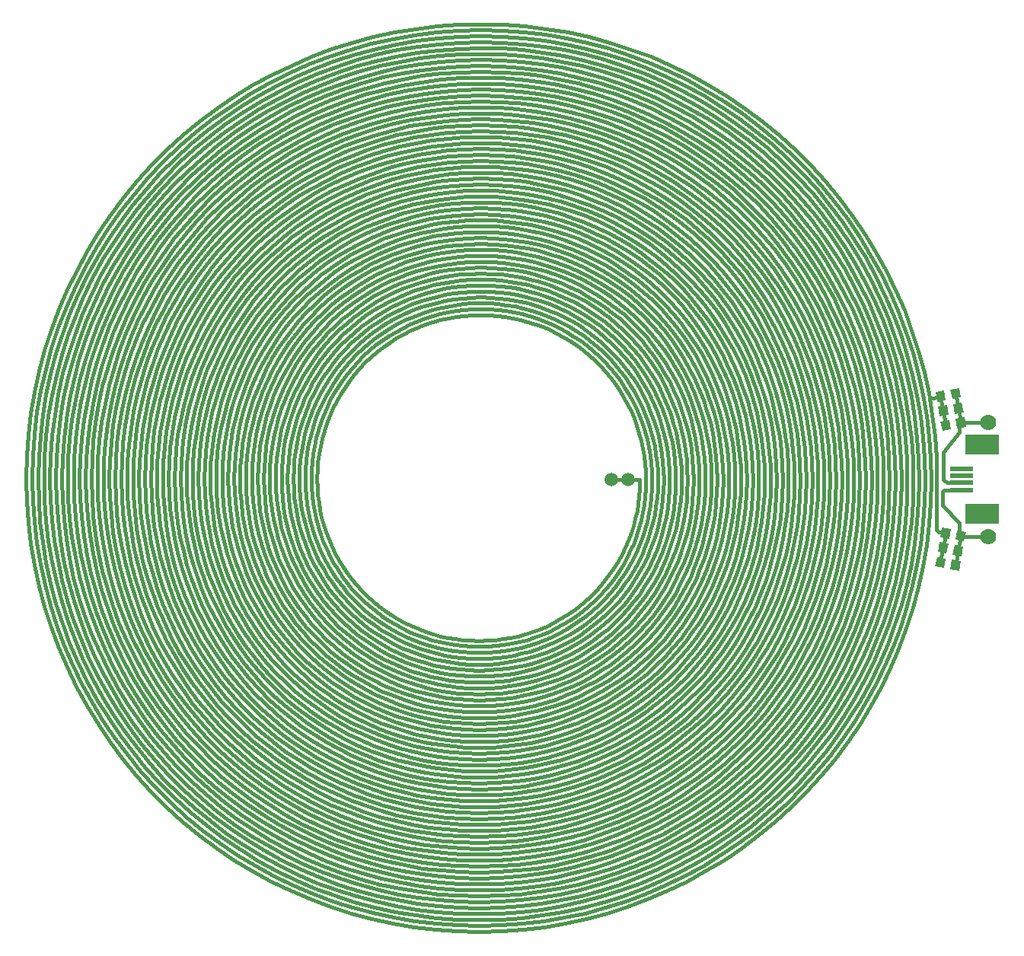
<source format=gtl>
G75*
G70*
%OFA0B0*%
%FSLAX24Y24*%
%IPPOS*%
%LPD*%
%AMOC8*
5,1,8,0,0,1.08239X$1,22.5*
%
%ADD10R,0.1496X0.0906*%
%ADD11R,0.0984X0.0217*%
%ADD12R,0.0394X0.0433*%
%ADD13C,0.0150*%
%ADD14C,0.0700*%
%ADD15C,0.0591*%
D10*
X042609Y019095D03*
X042609Y022127D03*
D11*
X041703Y021083D03*
X041703Y020768D03*
X041703Y020453D03*
X041703Y020138D03*
D12*
G36*
X040842Y018496D02*
X041229Y018428D01*
X041154Y018004D01*
X040767Y018072D01*
X040842Y018496D01*
G37*
G36*
X041501Y018380D02*
X041888Y018312D01*
X041813Y017888D01*
X041426Y017956D01*
X041501Y018380D01*
G37*
G36*
X041389Y017740D02*
X041776Y017672D01*
X041701Y017248D01*
X041314Y017316D01*
X041389Y017740D01*
G37*
G36*
X040729Y017856D02*
X041116Y017788D01*
X041041Y017364D01*
X040654Y017432D01*
X040729Y017856D01*
G37*
G36*
X040617Y017216D02*
X041004Y017148D01*
X040929Y016724D01*
X040542Y016792D01*
X040617Y017216D01*
G37*
G36*
X041276Y017099D02*
X041663Y017031D01*
X041588Y016607D01*
X041201Y016675D01*
X041276Y017099D01*
G37*
G36*
X040776Y023148D02*
X041163Y023216D01*
X041238Y022792D01*
X040851Y022724D01*
X040776Y023148D01*
G37*
G36*
X040663Y023788D02*
X041050Y023856D01*
X041125Y023432D01*
X040738Y023364D01*
X040663Y023788D01*
G37*
G36*
X040550Y024428D02*
X040937Y024496D01*
X041012Y024072D01*
X040625Y024004D01*
X040550Y024428D01*
G37*
G36*
X041209Y024544D02*
X041596Y024612D01*
X041671Y024188D01*
X041284Y024120D01*
X041209Y024544D01*
G37*
G36*
X041322Y023904D02*
X041709Y023972D01*
X041784Y023548D01*
X041397Y023480D01*
X041322Y023904D01*
G37*
G36*
X041435Y023264D02*
X041822Y023332D01*
X041897Y022908D01*
X041510Y022840D01*
X041435Y023264D01*
G37*
D13*
X020611Y000806D02*
X020546Y000806D01*
X020546Y001066D02*
X020611Y001066D01*
X020611Y001326D02*
X020546Y001326D01*
X020546Y001586D02*
X020611Y001586D01*
X020611Y001846D02*
X020546Y001846D01*
X020546Y002106D02*
X020611Y002106D01*
X020611Y002366D02*
X020546Y002366D01*
X020546Y002626D02*
X020611Y002626D01*
X020611Y002886D02*
X020546Y002886D01*
X020546Y003146D02*
X020611Y003146D01*
X020611Y003406D02*
X020546Y003406D01*
X020546Y003666D02*
X020611Y003666D01*
X020611Y003926D02*
X020546Y003926D01*
X020546Y004186D02*
X020611Y004186D01*
X020611Y004446D02*
X020546Y004446D01*
X020546Y004706D02*
X020611Y004706D01*
X020611Y004966D02*
X020546Y004966D01*
X020546Y005226D02*
X020611Y005226D01*
X020611Y005486D02*
X020546Y005486D01*
X020546Y005746D02*
X020611Y005746D01*
X020611Y006006D02*
X020546Y006006D01*
X020546Y006266D02*
X020611Y006266D01*
X020611Y006526D02*
X020546Y006526D01*
X020546Y006786D02*
X020611Y006786D01*
X020611Y007046D02*
X020546Y007046D01*
X020546Y007306D02*
X020611Y007306D01*
X020611Y007566D02*
X020546Y007566D01*
X020546Y007826D02*
X020611Y007826D01*
X020611Y008086D02*
X020546Y008086D01*
X020546Y008346D02*
X020611Y008346D01*
X020611Y008606D02*
X020546Y008606D01*
X020546Y008866D02*
X020611Y008866D01*
X020611Y009126D02*
X020546Y009126D01*
X020546Y009386D02*
X020611Y009386D01*
X020611Y009646D02*
X020546Y009646D01*
X020546Y009906D02*
X020611Y009906D01*
X020611Y010166D02*
X020546Y010166D01*
X020546Y010426D02*
X020611Y010426D01*
X020611Y010686D02*
X020546Y010686D01*
X020546Y010946D02*
X020611Y010946D01*
X020611Y011206D02*
X020546Y011206D01*
X020546Y011466D02*
X020611Y011466D01*
X020611Y011726D02*
X020546Y011726D01*
X020546Y011986D02*
X020611Y011986D01*
X020611Y012246D02*
X020546Y012246D01*
X020546Y012506D02*
X020611Y012506D01*
X020611Y012766D02*
X020546Y012766D01*
X020546Y013026D02*
X020611Y013026D01*
X020611Y013286D02*
X020546Y013286D01*
X020546Y013546D02*
X020611Y013546D01*
X020611Y001586D02*
X021513Y001607D01*
X022413Y001672D01*
X023309Y001779D01*
X024199Y001929D01*
X025081Y002120D01*
X025953Y002354D01*
X026812Y002629D01*
X027658Y002944D01*
X028487Y003299D01*
X029299Y003694D01*
X030091Y004126D01*
X030862Y004596D01*
X031609Y005102D01*
X032331Y005642D01*
X033027Y006217D01*
X033695Y006824D01*
X034333Y007462D01*
X034940Y008130D01*
X035515Y008826D01*
X036055Y009548D01*
X036561Y010295D01*
X037031Y011066D01*
X037463Y011858D01*
X037858Y012670D01*
X038213Y013499D01*
X038528Y014345D01*
X038803Y015204D01*
X039037Y016076D01*
X039228Y016958D01*
X039378Y017848D01*
X039485Y018744D01*
X039550Y019644D01*
X039571Y020546D01*
X039571Y020611D01*
X039831Y020611D02*
X039831Y020546D01*
X040091Y020546D02*
X040091Y020611D01*
X040351Y020611D02*
X040351Y020546D01*
X040611Y020611D02*
X040611Y020461D01*
X040611Y018411D01*
X040711Y018311D01*
X040911Y018311D01*
X040972Y018250D01*
X040998Y018250D01*
X041011Y018211D01*
X040885Y017610D01*
X040861Y017561D01*
X040773Y016970D01*
X040885Y017610D02*
X040873Y017628D01*
X040885Y017610D02*
X040926Y017638D01*
X040928Y017653D01*
X041545Y017494D02*
X041661Y018111D01*
X041657Y018134D01*
X041634Y018134D01*
X041611Y018111D01*
X041611Y018711D01*
X040861Y019461D01*
X040861Y020061D01*
X040938Y020138D01*
X041703Y020138D01*
X041703Y020453D02*
X041068Y020453D01*
X040911Y020611D01*
X040911Y021811D01*
X041611Y022661D01*
X041561Y023061D01*
X041666Y023086D01*
X042836Y023086D01*
X042861Y023061D01*
X042861Y023111D01*
X041666Y023086D02*
X041553Y023726D01*
X041440Y024366D01*
X040781Y024250D02*
X040776Y024240D01*
X040311Y024149D01*
X040761Y024211D02*
X040891Y023625D01*
X040879Y023607D01*
X040894Y023610D01*
X040911Y023561D01*
X040995Y023034D01*
X040983Y023017D01*
X041001Y023004D01*
X041007Y022970D01*
X040761Y024211D02*
X040776Y024240D01*
X039311Y020611D02*
X039311Y020546D01*
X039051Y020546D02*
X039051Y020611D01*
X038791Y020611D02*
X038791Y020546D01*
X038531Y020546D02*
X038531Y020611D01*
X038271Y020611D02*
X038271Y020546D01*
X038011Y020546D02*
X038011Y020611D01*
X037751Y020611D02*
X037751Y020546D01*
X037491Y020546D02*
X037491Y020611D01*
X037231Y020611D02*
X037231Y020546D01*
X036971Y020546D02*
X036971Y020611D01*
X036711Y020611D02*
X036711Y020546D01*
X036451Y020546D02*
X036451Y020611D01*
X036191Y020611D02*
X036191Y020546D01*
X035931Y020546D02*
X035931Y020611D01*
X035671Y020611D02*
X035671Y020546D01*
X035411Y020546D02*
X035411Y020611D01*
X035151Y020611D02*
X035151Y020546D01*
X034891Y020546D02*
X034891Y020611D01*
X034631Y020611D02*
X034631Y020546D01*
X034371Y020546D02*
X034371Y020611D01*
X034111Y020611D02*
X034111Y020546D01*
X033851Y020546D02*
X033851Y020611D01*
X033591Y020611D02*
X033591Y020546D01*
X033331Y020546D02*
X033331Y020611D01*
X033071Y020611D02*
X033071Y020546D01*
X032811Y020546D02*
X032811Y020611D01*
X032551Y020611D02*
X032551Y020546D01*
X032291Y020546D02*
X032291Y020611D01*
X032031Y020611D02*
X032031Y020546D01*
X031771Y020546D02*
X031771Y020611D01*
X031511Y020611D02*
X031511Y020546D01*
X031251Y020546D02*
X031251Y020611D01*
X030991Y020611D02*
X030991Y020546D01*
X030731Y020546D02*
X030731Y020611D01*
X030471Y020611D02*
X030471Y020546D01*
X030211Y020546D02*
X030211Y020611D01*
X029951Y020611D02*
X029951Y020546D01*
X029691Y020546D02*
X029691Y020611D01*
X029431Y020611D02*
X029431Y020546D01*
X029171Y020546D02*
X029171Y020611D01*
X028911Y020611D02*
X028911Y020546D01*
X028651Y020546D02*
X028651Y020611D01*
X028391Y020611D02*
X028391Y020546D01*
X028131Y020546D02*
X028131Y020611D01*
X027871Y020611D02*
X027871Y020546D01*
X027611Y020546D02*
X027611Y020611D01*
X027611Y020611D01*
X026361Y020611D01*
X026361Y020611D01*
X027111Y020611D01*
X027611Y020611D01*
X040611Y020611D02*
X040588Y021559D01*
X040521Y022506D01*
X040408Y023448D01*
X040251Y024384D01*
X040049Y025311D01*
X039804Y026227D01*
X039515Y027131D01*
X039183Y028020D01*
X038810Y028892D01*
X038395Y029746D01*
X037940Y030578D01*
X037446Y031389D01*
X036915Y032174D01*
X036346Y032934D01*
X035742Y033666D01*
X035104Y034368D01*
X034433Y035039D01*
X033731Y035677D01*
X032999Y036281D01*
X032239Y036850D01*
X031454Y037381D01*
X030643Y037875D01*
X029811Y038330D01*
X028957Y038745D01*
X028085Y039118D01*
X027196Y039450D01*
X026292Y039739D01*
X025376Y039984D01*
X024449Y040186D01*
X023513Y040343D01*
X022571Y040456D01*
X021624Y040523D01*
X020676Y040546D01*
X020611Y040546D01*
X020611Y040286D02*
X020676Y040286D01*
X020676Y040026D02*
X020611Y040026D01*
X020611Y039766D02*
X020676Y039766D01*
X020676Y039506D02*
X020611Y039506D01*
X020611Y039246D02*
X020676Y039246D01*
X020676Y038986D02*
X020611Y038986D01*
X020611Y038726D02*
X020676Y038726D01*
X020676Y038466D02*
X020611Y038466D01*
X020611Y038206D02*
X020676Y038206D01*
X020676Y037946D02*
X020611Y037946D01*
X020611Y037686D02*
X020676Y037686D01*
X020676Y037426D02*
X020611Y037426D01*
X020611Y037166D02*
X020676Y037166D01*
X020676Y036906D02*
X020611Y036906D01*
X020611Y036646D02*
X020676Y036646D01*
X020676Y036386D02*
X020611Y036386D01*
X020611Y036126D02*
X020676Y036126D01*
X020676Y035866D02*
X020611Y035866D01*
X020611Y035606D02*
X020676Y035606D01*
X020676Y035346D02*
X020611Y035346D01*
X020611Y035086D02*
X020676Y035086D01*
X020676Y034826D02*
X020611Y034826D01*
X020611Y034566D02*
X020676Y034566D01*
X020676Y034306D02*
X020611Y034306D01*
X020611Y034046D02*
X020676Y034046D01*
X020676Y033786D02*
X020611Y033786D01*
X020611Y033526D02*
X020676Y033526D01*
X020676Y033266D02*
X020611Y033266D01*
X020611Y033006D02*
X020676Y033006D01*
X020676Y032746D02*
X020611Y032746D01*
X020611Y032486D02*
X020676Y032486D01*
X020676Y032226D02*
X020611Y032226D01*
X020611Y031966D02*
X020676Y031966D01*
X020676Y031706D02*
X020611Y031706D01*
X020611Y031446D02*
X020676Y031446D01*
X020676Y031186D02*
X020611Y031186D01*
X020611Y030926D02*
X020676Y030926D01*
X020676Y030666D02*
X020611Y030666D01*
X020611Y030406D02*
X020676Y030406D01*
X020676Y030146D02*
X020611Y030146D01*
X020611Y029886D02*
X020676Y029886D01*
X020676Y029626D02*
X020611Y029626D01*
X020611Y029366D02*
X020676Y029366D01*
X020676Y029106D02*
X020611Y029106D01*
X020611Y028846D02*
X020676Y028846D01*
X020676Y028586D02*
X020611Y028586D01*
X020611Y028326D02*
X020676Y028326D01*
X020676Y028066D02*
X020611Y028066D01*
X020611Y027806D02*
X020676Y027806D01*
X020611Y033266D02*
X020012Y033252D01*
X019414Y033209D01*
X018819Y033138D01*
X018228Y033038D01*
X017643Y032911D01*
X017064Y032756D01*
X016493Y032574D01*
X015932Y032364D01*
X015381Y032128D01*
X014842Y031866D01*
X014316Y031579D01*
X013804Y031267D01*
X013308Y030932D01*
X012828Y030572D01*
X012366Y030191D01*
X011923Y029788D01*
X011499Y029364D01*
X011096Y028921D01*
X010715Y028459D01*
X010355Y027979D01*
X010020Y027483D01*
X009708Y026971D01*
X009421Y026445D01*
X009159Y025906D01*
X008923Y025355D01*
X008713Y024794D01*
X008531Y024223D01*
X008376Y023644D01*
X008249Y023059D01*
X008149Y022468D01*
X008078Y021873D01*
X008035Y021275D01*
X008021Y020676D01*
X008021Y020611D01*
X008281Y020611D02*
X008281Y020676D01*
X008541Y020676D02*
X008541Y020611D01*
X008801Y020611D02*
X008801Y020676D01*
X009061Y020676D02*
X009061Y020611D01*
X009321Y020611D02*
X009321Y020676D01*
X009581Y020676D02*
X009581Y020611D01*
X009841Y020611D02*
X009841Y020676D01*
X010101Y020676D02*
X010101Y020611D01*
X010361Y020611D02*
X010361Y020676D01*
X010621Y020676D02*
X010621Y020611D01*
X010881Y020611D02*
X010881Y020676D01*
X011141Y020676D02*
X011141Y020611D01*
X011401Y020611D02*
X011401Y020676D01*
X011661Y020676D02*
X011661Y020611D01*
X011921Y020611D02*
X011921Y020676D01*
X012181Y020676D02*
X012181Y020611D01*
X012441Y020611D02*
X012441Y020676D01*
X012701Y020676D02*
X012701Y020611D01*
X012961Y020611D02*
X012961Y020676D01*
X013221Y020676D02*
X013221Y020611D01*
X013481Y020611D02*
X013481Y020676D01*
X007761Y020611D02*
X007761Y020676D01*
X007501Y020676D02*
X007501Y020611D01*
X007241Y020611D02*
X007241Y020676D01*
X006981Y020676D02*
X006981Y020611D01*
X006721Y020611D02*
X006721Y020676D01*
X006461Y020676D02*
X006461Y020611D01*
X006201Y020611D02*
X006201Y020676D01*
X005941Y020676D02*
X005941Y020611D01*
X005681Y020611D02*
X005681Y020676D01*
X005421Y020676D02*
X005421Y020611D01*
X005161Y020611D02*
X005161Y020676D01*
X004901Y020676D02*
X004901Y020611D01*
X004641Y020611D02*
X004641Y020676D01*
X004381Y020676D02*
X004381Y020611D01*
X004121Y020611D02*
X004121Y020676D01*
X003861Y020676D02*
X003861Y020611D01*
X003601Y020611D02*
X003601Y020676D01*
X003341Y020676D02*
X003341Y020611D01*
X003081Y020611D02*
X003081Y020676D01*
X002821Y020676D02*
X002821Y020611D01*
X002561Y020611D02*
X002561Y020676D01*
X002301Y020676D02*
X002301Y020611D01*
X002041Y020611D02*
X002041Y020676D01*
X001781Y020676D02*
X001781Y020611D01*
X001521Y020611D02*
X001521Y020676D01*
X001261Y020676D02*
X001261Y020611D01*
X001001Y020611D02*
X001001Y020676D01*
X000741Y020676D02*
X000741Y020611D01*
X004641Y020611D02*
X004659Y019854D01*
X004713Y019099D01*
X004803Y018348D01*
X004928Y017601D01*
X005089Y016861D01*
X005285Y016130D01*
X005516Y015409D01*
X005780Y014700D01*
X006078Y014004D01*
X006409Y013323D01*
X006772Y012659D01*
X007166Y012012D01*
X007590Y011385D01*
X008044Y010779D01*
X008526Y010195D01*
X009035Y009635D01*
X009570Y009100D01*
X010130Y008591D01*
X010714Y008109D01*
X011320Y007655D01*
X011947Y007231D01*
X012594Y006837D01*
X013258Y006474D01*
X013939Y006143D01*
X014635Y005845D01*
X015344Y005581D01*
X016065Y005350D01*
X016796Y005154D01*
X017536Y004993D01*
X018283Y004868D01*
X019034Y004778D01*
X019789Y004724D01*
X020546Y004706D01*
X020611Y001846D02*
X021501Y001867D01*
X022388Y001931D01*
X023272Y002036D01*
X024150Y002184D01*
X025020Y002373D01*
X025879Y002603D01*
X026727Y002874D01*
X027561Y003185D01*
X028379Y003536D01*
X029180Y003925D01*
X029961Y004351D01*
X030721Y004815D01*
X031458Y005313D01*
X032171Y005847D01*
X032857Y006413D01*
X033515Y007012D01*
X034145Y007642D01*
X034744Y008300D01*
X035310Y008986D01*
X035844Y009699D01*
X036342Y010436D01*
X036806Y011196D01*
X037232Y011977D01*
X037621Y012778D01*
X037972Y013596D01*
X038283Y014430D01*
X038554Y015278D01*
X038784Y016137D01*
X038973Y017007D01*
X039121Y017885D01*
X039226Y018769D01*
X039290Y019656D01*
X039311Y020546D01*
X040981Y018238D02*
X040998Y018250D01*
X041657Y018134D02*
X041670Y018116D01*
X042856Y018116D01*
X042861Y018111D01*
X041561Y017511D02*
X041432Y016853D01*
X041444Y016836D01*
X041551Y017442D02*
X041557Y017476D01*
X041545Y017494D01*
X041561Y017511D01*
X039571Y020611D02*
X039550Y021510D01*
X039485Y022407D01*
X039379Y023300D01*
X039230Y024187D01*
X039038Y025066D01*
X038806Y025934D01*
X038532Y026791D01*
X038218Y027634D01*
X037864Y028460D01*
X037471Y029269D01*
X037040Y030058D01*
X036571Y030826D01*
X036067Y031571D01*
X035528Y032291D01*
X034956Y032985D01*
X034351Y033650D01*
X033715Y034286D01*
X033050Y034891D01*
X032356Y035463D01*
X031636Y036002D01*
X030891Y036507D01*
X030123Y036975D01*
X029334Y037406D01*
X028525Y037799D01*
X027698Y038153D01*
X026856Y038467D01*
X025999Y038741D01*
X025131Y038973D01*
X024252Y039165D01*
X023365Y039314D01*
X022472Y039420D01*
X021575Y039485D01*
X020676Y039506D01*
X020611Y039766D02*
X019703Y039744D01*
X018796Y039680D01*
X017894Y039572D01*
X016998Y039421D01*
X016110Y039228D01*
X015233Y038993D01*
X014367Y038716D01*
X013516Y038399D01*
X012681Y038041D01*
X011863Y037644D01*
X011066Y037208D01*
X010290Y036736D01*
X009538Y036226D01*
X008810Y035682D01*
X008110Y035103D01*
X007437Y034492D01*
X006795Y033850D01*
X006184Y033177D01*
X005605Y032477D01*
X005061Y031749D01*
X004551Y030997D01*
X004079Y030221D01*
X003643Y029424D01*
X003246Y028606D01*
X002888Y027771D01*
X002571Y026920D01*
X002294Y026054D01*
X002059Y025177D01*
X001866Y024289D01*
X001715Y023393D01*
X001607Y022491D01*
X001543Y021584D01*
X001521Y020676D01*
X001521Y020611D02*
X001543Y019706D01*
X001607Y018803D01*
X001715Y017904D01*
X001865Y017011D01*
X002057Y016126D01*
X002292Y015251D01*
X002567Y014389D01*
X002884Y013540D01*
X003240Y012708D01*
X003636Y011893D01*
X004070Y011099D01*
X004541Y010325D01*
X005049Y009575D01*
X005591Y008851D01*
X006168Y008152D01*
X006777Y007482D01*
X007417Y006842D01*
X008087Y006233D01*
X008786Y005656D01*
X009510Y005114D01*
X010260Y004606D01*
X011034Y004135D01*
X011828Y003701D01*
X012643Y003305D01*
X013475Y002949D01*
X014324Y002632D01*
X015186Y002357D01*
X016061Y002122D01*
X016946Y001930D01*
X017839Y001780D01*
X018738Y001672D01*
X019641Y001608D01*
X020546Y001586D01*
X020611Y003146D02*
X021439Y003166D01*
X022265Y003225D01*
X023087Y003323D01*
X023904Y003460D01*
X024713Y003636D01*
X025513Y003851D01*
X026302Y004103D01*
X027078Y004392D01*
X027839Y004718D01*
X028584Y005080D01*
X029311Y005477D01*
X030018Y005908D01*
X030704Y006372D01*
X031367Y006869D01*
X032006Y007396D01*
X032618Y007953D01*
X033204Y008539D01*
X033761Y009151D01*
X034288Y009790D01*
X034785Y010453D01*
X035249Y011139D01*
X035680Y011846D01*
X036077Y012573D01*
X036439Y013318D01*
X036765Y014079D01*
X037054Y014855D01*
X037306Y015644D01*
X037521Y016444D01*
X037697Y017253D01*
X037834Y018070D01*
X037932Y018892D01*
X037991Y019718D01*
X038011Y020546D01*
X028911Y020611D02*
X028902Y021003D01*
X028874Y021394D01*
X028827Y021783D01*
X028762Y022169D01*
X028679Y022552D01*
X028577Y022931D01*
X028458Y023304D01*
X028321Y023672D01*
X028167Y024032D01*
X027996Y024384D01*
X027808Y024728D01*
X027604Y025063D01*
X027384Y025388D01*
X027149Y025702D01*
X026900Y026004D01*
X026636Y026294D01*
X026359Y026571D01*
X026069Y026835D01*
X025767Y027084D01*
X025453Y027319D01*
X025128Y027539D01*
X024793Y027743D01*
X024449Y027931D01*
X024097Y028102D01*
X023737Y028256D01*
X023369Y028393D01*
X022996Y028512D01*
X022617Y028614D01*
X022234Y028697D01*
X021848Y028762D01*
X021459Y028809D01*
X021068Y028837D01*
X020676Y028846D01*
X020611Y037686D02*
X019802Y037667D01*
X018994Y037609D01*
X018190Y037513D01*
X017392Y037379D01*
X016601Y037207D01*
X015819Y036997D01*
X015048Y036750D01*
X014289Y036468D01*
X013545Y036149D01*
X012817Y035795D01*
X012106Y035407D01*
X011415Y034986D01*
X010744Y034532D01*
X010096Y034047D01*
X009472Y033531D01*
X008873Y032987D01*
X008300Y032414D01*
X007756Y031815D01*
X007240Y031191D01*
X006755Y030543D01*
X006301Y029872D01*
X005880Y029181D01*
X005492Y028470D01*
X005138Y027742D01*
X004819Y026998D01*
X004537Y026239D01*
X004290Y025468D01*
X004080Y024686D01*
X003908Y023895D01*
X003774Y023097D01*
X003678Y022293D01*
X003620Y021485D01*
X003601Y020676D01*
X001781Y020611D02*
X001802Y019718D01*
X001866Y018827D01*
X001972Y017941D01*
X002120Y017060D01*
X002310Y016187D01*
X002541Y015324D01*
X002813Y014474D01*
X003125Y013637D01*
X003477Y012816D01*
X003867Y012012D01*
X004295Y011229D01*
X004760Y010466D01*
X005260Y009726D01*
X005796Y009011D01*
X006364Y008323D01*
X006965Y007662D01*
X007597Y007030D01*
X008258Y006429D01*
X008946Y005861D01*
X009661Y005325D01*
X010401Y004825D01*
X011164Y004360D01*
X011947Y003932D01*
X012751Y003542D01*
X013572Y003190D01*
X014409Y002878D01*
X015259Y002606D01*
X016122Y002375D01*
X016995Y002185D01*
X017876Y002037D01*
X018762Y001931D01*
X019653Y001867D01*
X020546Y001846D01*
X020611Y004186D02*
X021389Y004205D01*
X022166Y004260D01*
X022939Y004353D01*
X023707Y004482D01*
X024468Y004647D01*
X025220Y004849D01*
X025962Y005086D01*
X026691Y005358D01*
X027407Y005664D01*
X028108Y006005D01*
X028791Y006378D01*
X029456Y006783D01*
X030101Y007220D01*
X030724Y007686D01*
X031325Y008182D01*
X031901Y008706D01*
X032451Y009256D01*
X032975Y009833D01*
X033471Y010433D01*
X033937Y011056D01*
X034374Y011701D01*
X034779Y012366D01*
X035152Y013049D01*
X035493Y013750D01*
X035799Y014466D01*
X036071Y015195D01*
X036308Y015937D01*
X036510Y016689D01*
X036675Y017450D01*
X036804Y018218D01*
X036897Y018991D01*
X036952Y019768D01*
X036971Y020546D01*
X036451Y020611D02*
X036433Y021361D01*
X036380Y022110D01*
X036290Y022856D01*
X036166Y023596D01*
X036006Y024330D01*
X035812Y025055D01*
X035583Y025770D01*
X035321Y026474D01*
X035025Y027164D01*
X034697Y027839D01*
X034338Y028498D01*
X033947Y029140D01*
X033526Y029761D01*
X033076Y030362D01*
X032598Y030941D01*
X032093Y031497D01*
X031562Y032028D01*
X031006Y032533D01*
X030427Y033011D01*
X029826Y033461D01*
X029205Y033882D01*
X028563Y034273D01*
X027904Y034632D01*
X027229Y034960D01*
X026539Y035256D01*
X025835Y035518D01*
X025120Y035747D01*
X024395Y035941D01*
X023661Y036101D01*
X022921Y036225D01*
X022175Y036315D01*
X021426Y036368D01*
X020676Y036386D01*
X020611Y035866D02*
X019888Y035849D01*
X019167Y035797D01*
X018449Y035711D01*
X017736Y035592D01*
X017030Y035438D01*
X016332Y035251D01*
X015643Y035031D01*
X014965Y034778D01*
X014301Y034493D01*
X013651Y034177D01*
X013016Y033831D01*
X012399Y033455D01*
X011800Y033049D01*
X011221Y032616D01*
X010664Y032156D01*
X010129Y031670D01*
X009617Y031158D01*
X009131Y030623D01*
X008671Y030066D01*
X008238Y029487D01*
X007832Y028888D01*
X007456Y028271D01*
X007110Y027636D01*
X006794Y026986D01*
X006509Y026322D01*
X006256Y025644D01*
X006036Y024955D01*
X005849Y024257D01*
X005695Y023551D01*
X005576Y022838D01*
X005490Y022120D01*
X005438Y021399D01*
X005421Y020676D01*
X003601Y020611D02*
X003620Y019805D01*
X003678Y019000D01*
X003773Y018200D01*
X003907Y017404D01*
X004079Y016616D01*
X004287Y015837D01*
X004533Y015069D01*
X004815Y014313D01*
X005132Y013572D01*
X005485Y012846D01*
X005871Y012139D01*
X006291Y011450D01*
X006743Y010782D01*
X007226Y010136D01*
X007740Y009514D01*
X008282Y008918D01*
X008853Y008347D01*
X009449Y007805D01*
X010071Y007291D01*
X010717Y006808D01*
X011385Y006356D01*
X012074Y005936D01*
X012781Y005550D01*
X013507Y005197D01*
X014248Y004880D01*
X015004Y004598D01*
X015772Y004352D01*
X016551Y004144D01*
X017339Y003972D01*
X018135Y003838D01*
X018935Y003743D01*
X019740Y003685D01*
X020546Y003666D01*
X020611Y009646D02*
X021130Y009658D01*
X021647Y009695D01*
X022162Y009757D01*
X022674Y009843D01*
X023181Y009953D01*
X023682Y010088D01*
X024176Y010245D01*
X024662Y010427D01*
X025139Y010631D01*
X025606Y010858D01*
X026061Y011106D01*
X026504Y011376D01*
X026934Y011667D01*
X027349Y011978D01*
X027749Y012308D01*
X028133Y012657D01*
X028500Y013024D01*
X028849Y013408D01*
X029179Y013808D01*
X029490Y014223D01*
X029781Y014653D01*
X030051Y015096D01*
X030299Y015551D01*
X030526Y016018D01*
X030730Y016495D01*
X030912Y016981D01*
X031069Y017475D01*
X031204Y017976D01*
X031314Y018483D01*
X031400Y018995D01*
X031462Y019510D01*
X031499Y020027D01*
X031511Y020546D01*
X035931Y020611D02*
X035914Y021337D01*
X035862Y022061D01*
X035776Y022782D01*
X035655Y023498D01*
X035501Y024207D01*
X035313Y024909D01*
X035092Y025600D01*
X034838Y026281D01*
X034552Y026948D01*
X034235Y027601D01*
X033887Y028238D01*
X033509Y028858D01*
X033102Y029460D01*
X032667Y030041D01*
X032205Y030601D01*
X031717Y031138D01*
X031203Y031652D01*
X030666Y032140D01*
X030106Y032602D01*
X029525Y033037D01*
X028923Y033444D01*
X028303Y033822D01*
X027666Y034170D01*
X027013Y034487D01*
X026346Y034773D01*
X025665Y035027D01*
X024974Y035248D01*
X024272Y035436D01*
X023563Y035590D01*
X022847Y035711D01*
X022126Y035797D01*
X021402Y035849D01*
X020676Y035866D01*
X020611Y034826D02*
X019938Y034810D01*
X019266Y034762D01*
X018597Y034682D01*
X017933Y034570D01*
X017275Y034427D01*
X016625Y034253D01*
X015983Y034048D01*
X015352Y033812D01*
X014733Y033547D01*
X014127Y033253D01*
X013536Y032930D01*
X012961Y032580D01*
X012403Y032202D01*
X011864Y031799D01*
X011345Y031370D01*
X010846Y030917D01*
X010370Y030441D01*
X009917Y029942D01*
X009488Y029423D01*
X009085Y028884D01*
X008707Y028326D01*
X008357Y027751D01*
X008034Y027160D01*
X007740Y026554D01*
X007475Y025935D01*
X007239Y025304D01*
X007034Y024662D01*
X006860Y024012D01*
X006717Y023354D01*
X006605Y022690D01*
X006525Y022021D01*
X006477Y021349D01*
X006461Y020676D01*
X005681Y020611D02*
X005698Y019904D01*
X005748Y019198D01*
X005832Y018496D01*
X005950Y017798D01*
X006100Y017107D01*
X006283Y016423D01*
X006499Y015749D01*
X006746Y015086D01*
X007024Y014436D01*
X007333Y013800D01*
X007673Y013179D01*
X008041Y012574D01*
X008437Y011988D01*
X008861Y011422D01*
X009312Y010876D01*
X009788Y010353D01*
X010288Y009853D01*
X010812Y009377D01*
X011357Y008926D01*
X011924Y008502D01*
X012509Y008106D01*
X013114Y007737D01*
X013735Y007398D01*
X014371Y007089D01*
X015021Y006811D01*
X015684Y006564D01*
X016358Y006348D01*
X017042Y006165D01*
X017733Y006015D01*
X018431Y005897D01*
X019133Y005813D01*
X019839Y005763D01*
X020546Y005746D01*
X020611Y011986D02*
X021018Y011996D01*
X021425Y012025D01*
X021829Y012073D01*
X022231Y012141D01*
X022629Y012227D01*
X023023Y012333D01*
X023411Y012457D01*
X023792Y012599D01*
X024167Y012760D01*
X024533Y012938D01*
X024891Y013133D01*
X025239Y013345D01*
X025576Y013573D01*
X025902Y013817D01*
X026217Y014077D01*
X026518Y014351D01*
X026806Y014639D01*
X027080Y014940D01*
X027340Y015255D01*
X027584Y015581D01*
X027812Y015918D01*
X028024Y016266D01*
X028219Y016624D01*
X028397Y016990D01*
X028558Y017365D01*
X028700Y017746D01*
X028824Y018134D01*
X028930Y018528D01*
X029016Y018926D01*
X029084Y019328D01*
X029132Y019732D01*
X029161Y020139D01*
X029171Y020546D01*
X035411Y020611D02*
X035394Y021312D01*
X035344Y022012D01*
X035261Y022708D01*
X035145Y023399D01*
X034996Y024085D01*
X034814Y024762D01*
X034601Y025430D01*
X034356Y026087D01*
X034079Y026732D01*
X033773Y027363D01*
X033437Y027978D01*
X033072Y028577D01*
X032679Y029158D01*
X032259Y029720D01*
X031812Y030260D01*
X031340Y030779D01*
X030844Y031275D01*
X030325Y031747D01*
X029785Y032194D01*
X029223Y032614D01*
X028642Y033007D01*
X028043Y033372D01*
X027428Y033708D01*
X026797Y034014D01*
X026152Y034291D01*
X025495Y034536D01*
X024827Y034749D01*
X024150Y034931D01*
X023464Y035080D01*
X022773Y035196D01*
X022077Y035279D01*
X021377Y035329D01*
X020676Y035346D01*
X020611Y028066D02*
X020259Y028058D01*
X019909Y028033D01*
X019559Y027991D01*
X019212Y027932D01*
X018869Y027858D01*
X018529Y027767D01*
X018194Y027660D01*
X017864Y027537D01*
X017541Y027398D01*
X017225Y027245D01*
X016916Y027076D01*
X016616Y026893D01*
X016324Y026696D01*
X016043Y026485D01*
X015772Y026261D01*
X015511Y026024D01*
X015263Y025776D01*
X015026Y025515D01*
X014802Y025244D01*
X014591Y024963D01*
X014394Y024671D01*
X014211Y024371D01*
X014042Y024062D01*
X013889Y023746D01*
X013750Y023423D01*
X013627Y023093D01*
X013520Y022758D01*
X013429Y022418D01*
X013355Y022075D01*
X013296Y021728D01*
X013254Y021378D01*
X013229Y021028D01*
X013221Y020676D01*
X009321Y020611D02*
X009334Y020077D01*
X009372Y019544D01*
X009435Y019014D01*
X009524Y018487D01*
X009637Y017965D01*
X009776Y017449D01*
X009938Y016940D01*
X010125Y016439D01*
X010335Y015948D01*
X010569Y015467D01*
X010825Y014999D01*
X011103Y014542D01*
X011402Y014100D01*
X011723Y013672D01*
X012063Y013260D01*
X012422Y012865D01*
X012800Y012487D01*
X013195Y012128D01*
X013607Y011788D01*
X014035Y011467D01*
X014477Y011168D01*
X014934Y010890D01*
X015403Y010634D01*
X015883Y010400D01*
X016374Y010190D01*
X016875Y010003D01*
X017384Y009841D01*
X017900Y009702D01*
X018422Y009589D01*
X018949Y009500D01*
X019479Y009437D01*
X020012Y009399D01*
X020546Y009386D01*
X020611Y001066D02*
X021538Y001088D01*
X022463Y001154D01*
X023383Y001264D01*
X024298Y001418D01*
X025204Y001615D01*
X026099Y001855D01*
X026982Y002137D01*
X027851Y002461D01*
X028703Y002826D01*
X029537Y003231D01*
X030351Y003676D01*
X031143Y004158D01*
X031910Y004678D01*
X032653Y005234D01*
X033368Y005824D01*
X034054Y006448D01*
X034709Y007103D01*
X035333Y007789D01*
X035923Y008504D01*
X036479Y009247D01*
X036999Y010014D01*
X037481Y010806D01*
X037926Y011620D01*
X038331Y012454D01*
X038696Y013306D01*
X039020Y014175D01*
X039302Y015058D01*
X039542Y015953D01*
X039739Y016859D01*
X039893Y017774D01*
X040003Y018694D01*
X040069Y019619D01*
X040091Y020546D01*
X032551Y020611D02*
X032538Y021176D01*
X032497Y021740D01*
X032430Y022301D01*
X032336Y022858D01*
X032216Y023411D01*
X032070Y023956D01*
X031898Y024495D01*
X031700Y025024D01*
X031478Y025544D01*
X031231Y026052D01*
X030960Y026548D01*
X030666Y027031D01*
X030349Y027499D01*
X030010Y027952D01*
X029651Y028387D01*
X029270Y028806D01*
X028871Y029205D01*
X028452Y029586D01*
X028017Y029945D01*
X027564Y030284D01*
X027096Y030601D01*
X026613Y030895D01*
X026117Y031166D01*
X025609Y031413D01*
X025089Y031635D01*
X024560Y031833D01*
X024021Y032005D01*
X023476Y032151D01*
X022923Y032271D01*
X022366Y032365D01*
X021805Y032432D01*
X021241Y032473D01*
X020676Y032486D01*
X020611Y040546D02*
X019666Y040523D01*
X018722Y040456D01*
X017783Y040344D01*
X016851Y040187D01*
X015926Y039986D01*
X015013Y039741D01*
X014112Y039453D01*
X013226Y039123D01*
X012357Y038750D01*
X011506Y038337D01*
X010676Y037884D01*
X009868Y037392D01*
X009085Y036862D01*
X008328Y036295D01*
X007599Y035693D01*
X006899Y035057D01*
X006230Y034388D01*
X005594Y033688D01*
X004992Y032959D01*
X004425Y032202D01*
X003895Y031419D01*
X003403Y030611D01*
X002950Y029781D01*
X002537Y028930D01*
X002164Y028061D01*
X001834Y027175D01*
X001546Y026274D01*
X001301Y025361D01*
X001100Y024436D01*
X000943Y023504D01*
X000831Y022565D01*
X000764Y021621D01*
X000741Y020676D01*
X002821Y020611D02*
X002841Y019768D01*
X002901Y018926D01*
X003001Y018089D01*
X003141Y017257D01*
X003321Y016432D01*
X003539Y015617D01*
X003796Y014814D01*
X004091Y014023D01*
X004423Y013248D01*
X004791Y012489D01*
X005196Y011749D01*
X005635Y011028D01*
X006108Y010330D01*
X006613Y009654D01*
X007150Y009004D01*
X007718Y008379D01*
X008314Y007783D01*
X008939Y007215D01*
X009589Y006678D01*
X010265Y006173D01*
X010963Y005700D01*
X011684Y005261D01*
X012424Y004856D01*
X013183Y004488D01*
X013958Y004156D01*
X014749Y003861D01*
X015552Y003604D01*
X016367Y003386D01*
X017192Y003206D01*
X018024Y003066D01*
X018861Y002966D01*
X019703Y002906D01*
X020546Y002886D01*
X020611Y002626D02*
X021464Y002646D01*
X022314Y002707D01*
X023161Y002808D01*
X024002Y002950D01*
X024836Y003131D01*
X025660Y003352D01*
X026472Y003612D01*
X027271Y003910D01*
X028055Y004245D01*
X028822Y004618D01*
X029571Y005027D01*
X030299Y005471D01*
X031006Y005949D01*
X031688Y006460D01*
X032346Y007003D01*
X032977Y007577D01*
X033580Y008180D01*
X034154Y008811D01*
X034697Y009469D01*
X035208Y010151D01*
X035686Y010858D01*
X036130Y011586D01*
X036539Y012335D01*
X036912Y013102D01*
X037247Y013886D01*
X037545Y014685D01*
X037805Y015497D01*
X038026Y016321D01*
X038207Y017155D01*
X038349Y017996D01*
X038450Y018843D01*
X038511Y019693D01*
X038531Y020546D01*
X032031Y020611D02*
X032018Y021151D01*
X031980Y021690D01*
X031915Y022227D01*
X031826Y022760D01*
X031711Y023288D01*
X031571Y023810D01*
X031407Y024325D01*
X031218Y024831D01*
X031005Y025328D01*
X030769Y025814D01*
X030510Y026288D01*
X030228Y026750D01*
X029926Y027198D01*
X029602Y027630D01*
X029258Y028047D01*
X028894Y028447D01*
X028512Y028829D01*
X028112Y029193D01*
X027695Y029537D01*
X027262Y029861D01*
X026815Y030163D01*
X026353Y030445D01*
X025879Y030704D01*
X025393Y030940D01*
X024896Y031153D01*
X024390Y031342D01*
X023875Y031506D01*
X023353Y031646D01*
X022825Y031761D01*
X022292Y031850D01*
X021755Y031915D01*
X021216Y031953D01*
X020676Y031966D01*
X020611Y040026D02*
X019690Y040004D01*
X018772Y039938D01*
X017857Y039829D01*
X016949Y039676D01*
X016049Y039481D01*
X015160Y039242D01*
X014282Y038962D01*
X013419Y038640D01*
X012573Y038277D01*
X011744Y037875D01*
X010936Y037434D01*
X010150Y036954D01*
X009387Y036438D01*
X008650Y035886D01*
X007939Y035300D01*
X007258Y034680D01*
X006607Y034029D01*
X005987Y033348D01*
X005401Y032637D01*
X004849Y031900D01*
X004333Y031137D01*
X003853Y030351D01*
X003412Y029543D01*
X003010Y028714D01*
X002647Y027868D01*
X002325Y027005D01*
X002045Y026128D01*
X001806Y025238D01*
X001611Y024338D01*
X001458Y023430D01*
X001349Y022515D01*
X001283Y021597D01*
X001261Y020676D01*
X003861Y020611D02*
X003880Y019817D01*
X003937Y019025D01*
X004031Y018237D01*
X004162Y017453D01*
X004331Y016677D01*
X004537Y015910D01*
X004779Y015154D01*
X005056Y014410D01*
X005369Y013680D01*
X005716Y012966D01*
X006096Y012269D01*
X006510Y011590D01*
X006955Y010933D01*
X007431Y010297D01*
X007936Y009685D01*
X008470Y009097D01*
X009032Y008535D01*
X009620Y008001D01*
X010232Y007496D01*
X010868Y007020D01*
X011525Y006575D01*
X012204Y006161D01*
X012901Y005781D01*
X013615Y005434D01*
X014345Y005121D01*
X015089Y004844D01*
X015845Y004602D01*
X016612Y004396D01*
X017388Y004227D01*
X018172Y004096D01*
X018960Y004002D01*
X019752Y003945D01*
X020546Y003926D01*
X020611Y002886D02*
X021451Y002906D01*
X022290Y002966D01*
X023124Y003066D01*
X023953Y003205D01*
X024774Y003384D01*
X025586Y003601D01*
X026387Y003857D01*
X027175Y004151D01*
X027947Y004482D01*
X028703Y004849D01*
X029441Y005252D01*
X030159Y005689D01*
X030855Y006161D01*
X031528Y006664D01*
X032176Y007199D01*
X032798Y007765D01*
X033392Y008359D01*
X033958Y008981D01*
X034493Y009629D01*
X034996Y010302D01*
X035468Y010998D01*
X035905Y011716D01*
X036308Y012454D01*
X036675Y013210D01*
X037006Y013982D01*
X037300Y014770D01*
X037556Y015571D01*
X037773Y016383D01*
X037952Y017204D01*
X038091Y018033D01*
X038191Y018867D01*
X038251Y019706D01*
X038271Y020546D01*
X031511Y020611D02*
X031499Y021126D01*
X031462Y021641D01*
X031401Y022153D01*
X031315Y022661D01*
X031206Y023165D01*
X031072Y023664D01*
X030915Y024155D01*
X030735Y024638D01*
X030532Y025112D01*
X030307Y025576D01*
X030059Y026028D01*
X029791Y026469D01*
X029502Y026896D01*
X029193Y027309D01*
X028865Y027706D01*
X028518Y028088D01*
X028153Y028453D01*
X027771Y028800D01*
X027374Y029128D01*
X026961Y029437D01*
X026534Y029726D01*
X026093Y029994D01*
X025641Y030242D01*
X025177Y030467D01*
X024703Y030670D01*
X024220Y030850D01*
X023728Y031007D01*
X023230Y031141D01*
X022726Y031250D01*
X022218Y031336D01*
X021706Y031397D01*
X021191Y031434D01*
X020676Y031446D01*
X020611Y038206D02*
X019751Y038185D01*
X018893Y038122D01*
X018039Y038016D01*
X017191Y037869D01*
X016352Y037681D01*
X015522Y037451D01*
X014705Y037181D01*
X013903Y036872D01*
X013116Y036523D01*
X012347Y036136D01*
X011599Y035712D01*
X010872Y035252D01*
X010168Y034756D01*
X009490Y034227D01*
X008839Y033665D01*
X008215Y033072D01*
X007622Y032448D01*
X007060Y031797D01*
X006531Y031119D01*
X006035Y030415D01*
X005575Y029688D01*
X005151Y028940D01*
X004764Y028171D01*
X004415Y027384D01*
X004106Y026582D01*
X003836Y025765D01*
X003606Y024935D01*
X003418Y024096D01*
X003271Y023248D01*
X003165Y022394D01*
X003102Y021536D01*
X003081Y020676D01*
X004121Y020611D02*
X004140Y019830D01*
X004195Y019050D01*
X004288Y018274D01*
X004418Y017503D01*
X004584Y016739D01*
X004786Y015984D01*
X005024Y015239D01*
X005298Y014507D01*
X005605Y013788D01*
X005947Y013085D01*
X006321Y012399D01*
X006728Y011731D01*
X007167Y011084D01*
X007635Y010458D01*
X008133Y009855D01*
X008659Y009276D01*
X009211Y008724D01*
X009790Y008198D01*
X010393Y007700D01*
X011019Y007232D01*
X011666Y006793D01*
X012334Y006386D01*
X013020Y006012D01*
X013723Y005670D01*
X014442Y005363D01*
X015174Y005089D01*
X015919Y004851D01*
X016674Y004649D01*
X017438Y004483D01*
X018209Y004353D01*
X018985Y004260D01*
X019765Y004205D01*
X020546Y004186D01*
X020611Y003926D02*
X021402Y003945D01*
X022191Y004001D01*
X022976Y004095D01*
X023756Y004226D01*
X024529Y004394D01*
X025293Y004599D01*
X026047Y004840D01*
X026788Y005117D01*
X027515Y005428D01*
X028227Y005774D01*
X028921Y006153D01*
X029596Y006564D01*
X030252Y007008D01*
X030885Y007482D01*
X031495Y007985D01*
X032080Y008518D01*
X032639Y009077D01*
X033172Y009662D01*
X033675Y010272D01*
X034149Y010905D01*
X034593Y011561D01*
X035004Y012236D01*
X035383Y012930D01*
X035729Y013642D01*
X036040Y014369D01*
X036317Y015110D01*
X036558Y015864D01*
X036763Y016628D01*
X036931Y017401D01*
X037062Y018181D01*
X037156Y018966D01*
X037212Y019755D01*
X037231Y020546D01*
X027871Y020611D02*
X027863Y020953D01*
X027838Y021295D01*
X027798Y021635D01*
X027741Y021973D01*
X027668Y022307D01*
X027580Y022638D01*
X027475Y022964D01*
X027356Y023285D01*
X027221Y023600D01*
X027071Y023908D01*
X026907Y024208D01*
X026729Y024501D01*
X026537Y024785D01*
X026332Y025059D01*
X026114Y025323D01*
X025883Y025576D01*
X025641Y025818D01*
X025388Y026049D01*
X025124Y026267D01*
X024849Y026472D01*
X024566Y026664D01*
X024273Y026842D01*
X023973Y027006D01*
X023665Y027156D01*
X023350Y027291D01*
X023029Y027410D01*
X022703Y027515D01*
X022372Y027603D01*
X022038Y027676D01*
X021700Y027733D01*
X021360Y027773D01*
X021018Y027798D01*
X020676Y027806D01*
X020611Y039246D02*
X019727Y039225D01*
X018846Y039162D01*
X017968Y039057D01*
X017097Y038910D01*
X016233Y038723D01*
X015379Y038494D01*
X014537Y038225D01*
X013709Y037916D01*
X012897Y037568D01*
X012102Y037182D01*
X011326Y036758D01*
X010571Y036298D01*
X009839Y035803D01*
X009132Y035273D01*
X008450Y034710D01*
X007796Y034116D01*
X007171Y033491D01*
X006577Y032837D01*
X006014Y032155D01*
X005484Y031448D01*
X004989Y030716D01*
X004529Y029961D01*
X004105Y029185D01*
X003719Y028390D01*
X003371Y027578D01*
X003062Y026750D01*
X002793Y025908D01*
X002564Y025054D01*
X002377Y024190D01*
X002230Y023319D01*
X002125Y022441D01*
X002062Y021560D01*
X002041Y020676D01*
X005941Y020611D02*
X005958Y019916D01*
X006007Y019223D01*
X006090Y018533D01*
X006205Y017847D01*
X006353Y017168D01*
X006533Y016496D01*
X006744Y015834D01*
X006987Y015183D01*
X007261Y014544D01*
X007565Y013919D01*
X007898Y013309D01*
X008259Y012715D01*
X008649Y012139D01*
X009066Y011583D01*
X009508Y011047D01*
X009976Y010532D01*
X010467Y010041D01*
X010982Y009573D01*
X011518Y009131D01*
X012074Y008714D01*
X012650Y008324D01*
X013244Y007963D01*
X013854Y007630D01*
X014479Y007326D01*
X015118Y007052D01*
X015769Y006809D01*
X016431Y006598D01*
X017103Y006418D01*
X017782Y006270D01*
X018468Y006155D01*
X019158Y006072D01*
X019851Y006023D01*
X020546Y006006D01*
X020611Y004966D02*
X021352Y004984D01*
X022092Y005037D01*
X022828Y005125D01*
X023559Y005248D01*
X024284Y005405D01*
X025000Y005597D01*
X025707Y005823D01*
X026401Y006082D01*
X027083Y006374D01*
X027750Y006698D01*
X028401Y007053D01*
X029034Y007439D01*
X029648Y007855D01*
X030242Y008299D01*
X030814Y008771D01*
X031362Y009270D01*
X031887Y009795D01*
X032386Y010343D01*
X032858Y010915D01*
X033302Y011509D01*
X033718Y012123D01*
X034104Y012756D01*
X034459Y013407D01*
X034783Y014074D01*
X035075Y014756D01*
X035334Y015450D01*
X035560Y016157D01*
X035752Y016873D01*
X035909Y017598D01*
X036032Y018329D01*
X036120Y019065D01*
X036173Y019805D01*
X036191Y020546D01*
X040091Y020611D02*
X040069Y021535D01*
X040003Y022456D01*
X039893Y023374D01*
X039740Y024285D01*
X039544Y025188D01*
X039305Y026081D01*
X039023Y026961D01*
X038700Y027827D01*
X038337Y028676D01*
X037933Y029507D01*
X037490Y030318D01*
X037009Y031107D01*
X036491Y031873D01*
X035937Y032613D01*
X035349Y033325D01*
X034727Y034009D01*
X034074Y034662D01*
X033390Y035284D01*
X032678Y035872D01*
X031938Y036426D01*
X031173Y036944D01*
X030383Y037425D01*
X029572Y037868D01*
X028741Y038272D01*
X027892Y038635D01*
X027026Y038958D01*
X026146Y039240D01*
X025253Y039479D01*
X024350Y039675D01*
X023439Y039828D01*
X022521Y039938D01*
X021600Y040004D01*
X020676Y040026D01*
X020611Y038986D02*
X019740Y038965D01*
X018871Y038903D01*
X018005Y038800D01*
X017146Y038655D01*
X016294Y038470D01*
X015452Y038244D01*
X014622Y037979D01*
X013806Y037674D01*
X013005Y037331D01*
X012221Y036951D01*
X011456Y036533D01*
X010712Y036079D01*
X009990Y035591D01*
X009293Y035069D01*
X008620Y034514D01*
X007976Y033928D01*
X007359Y033311D01*
X006773Y032667D01*
X006218Y031994D01*
X005696Y031297D01*
X005208Y030575D01*
X004754Y029831D01*
X004336Y029066D01*
X003956Y028282D01*
X003613Y027481D01*
X003308Y026665D01*
X003043Y025835D01*
X002817Y024993D01*
X002632Y024141D01*
X002487Y023282D01*
X002384Y022416D01*
X002322Y021547D01*
X002301Y020676D01*
X007241Y020611D02*
X007256Y019978D01*
X007301Y019346D01*
X007376Y018718D01*
X007481Y018093D01*
X007616Y017474D01*
X007780Y016863D01*
X007973Y016259D01*
X008194Y015666D01*
X008443Y015084D01*
X008720Y014514D01*
X009023Y013959D01*
X009353Y013418D01*
X009708Y012893D01*
X010088Y012386D01*
X010491Y011898D01*
X010917Y011430D01*
X011365Y010982D01*
X011833Y010556D01*
X012321Y010153D01*
X012828Y009773D01*
X013353Y009418D01*
X013894Y009088D01*
X014449Y008785D01*
X015019Y008508D01*
X015601Y008259D01*
X016194Y008038D01*
X016798Y007845D01*
X017409Y007681D01*
X018028Y007546D01*
X018653Y007441D01*
X019281Y007366D01*
X019913Y007321D01*
X020546Y007306D01*
X020611Y005746D02*
X021315Y005763D01*
X022018Y005813D01*
X022717Y005897D01*
X023412Y006013D01*
X024100Y006163D01*
X024781Y006345D01*
X025452Y006560D01*
X026112Y006806D01*
X026759Y007083D01*
X027393Y007391D01*
X028011Y007729D01*
X028612Y008095D01*
X029196Y008490D01*
X029760Y008912D01*
X030303Y009361D01*
X030824Y009835D01*
X031322Y010333D01*
X031796Y010854D01*
X032245Y011397D01*
X032667Y011961D01*
X033062Y012545D01*
X033428Y013146D01*
X033766Y013764D01*
X034074Y014398D01*
X034351Y015045D01*
X034597Y015705D01*
X034812Y016376D01*
X034994Y017057D01*
X035144Y017745D01*
X035260Y018440D01*
X035344Y019139D01*
X035394Y019842D01*
X035411Y020546D01*
X039831Y020611D02*
X039809Y021522D01*
X039744Y022432D01*
X039636Y023337D01*
X039485Y024236D01*
X039291Y025127D01*
X039055Y026008D01*
X038778Y026876D01*
X038459Y027730D01*
X038100Y028568D01*
X037702Y029388D01*
X037265Y030188D01*
X036790Y030967D01*
X036279Y031722D01*
X035733Y032452D01*
X035152Y033155D01*
X034539Y033829D01*
X033894Y034474D01*
X033220Y035087D01*
X032517Y035668D01*
X031787Y036214D01*
X031032Y036725D01*
X030253Y037200D01*
X029453Y037637D01*
X028633Y038035D01*
X027795Y038394D01*
X026941Y038713D01*
X026073Y038990D01*
X025192Y039226D01*
X024301Y039420D01*
X023402Y039571D01*
X022497Y039679D01*
X021587Y039744D01*
X020676Y039766D01*
X020611Y038726D02*
X019752Y038706D01*
X018895Y038644D01*
X018042Y038542D01*
X017195Y038400D01*
X016356Y038217D01*
X015526Y037995D01*
X014707Y037733D01*
X013902Y037433D01*
X013113Y037095D01*
X012340Y036719D01*
X011586Y036308D01*
X010852Y035861D01*
X010141Y035379D01*
X009453Y034864D01*
X008791Y034317D01*
X008155Y033739D01*
X007548Y033132D01*
X006970Y032496D01*
X006423Y031834D01*
X005908Y031146D01*
X005426Y030435D01*
X004979Y029701D01*
X004568Y028947D01*
X004192Y028174D01*
X003854Y027385D01*
X003554Y026580D01*
X003292Y025761D01*
X003070Y024931D01*
X002887Y024092D01*
X002745Y023245D01*
X002643Y022392D01*
X002581Y021535D01*
X002561Y020676D01*
X007761Y020611D02*
X007775Y020003D01*
X007819Y019396D01*
X007891Y018792D01*
X007992Y018192D01*
X008121Y017597D01*
X008279Y017009D01*
X008464Y016430D01*
X008677Y015859D01*
X008916Y015300D01*
X009182Y014753D01*
X009474Y014219D01*
X009791Y013699D01*
X010132Y013195D01*
X010496Y012708D01*
X010884Y012239D01*
X011293Y011788D01*
X011723Y011358D01*
X012174Y010949D01*
X012643Y010561D01*
X013130Y010197D01*
X013634Y009856D01*
X014154Y009539D01*
X014688Y009247D01*
X015235Y008981D01*
X015794Y008742D01*
X016365Y008529D01*
X016944Y008344D01*
X017532Y008186D01*
X018127Y008057D01*
X018727Y007956D01*
X019331Y007884D01*
X019938Y007840D01*
X020546Y007826D01*
X020611Y006526D02*
X021278Y006542D01*
X021944Y006589D01*
X022606Y006669D01*
X023264Y006779D01*
X023916Y006921D01*
X024561Y007094D01*
X025196Y007297D01*
X025822Y007530D01*
X026435Y007793D01*
X027035Y008085D01*
X027621Y008404D01*
X028191Y008752D01*
X028743Y009126D01*
X029278Y009526D01*
X029792Y009950D01*
X030286Y010399D01*
X030758Y010871D01*
X031207Y011365D01*
X031631Y011879D01*
X032031Y012414D01*
X032405Y012966D01*
X032753Y013536D01*
X033072Y014122D01*
X033364Y014722D01*
X033627Y015335D01*
X033860Y015961D01*
X034063Y016596D01*
X034236Y017241D01*
X034378Y017893D01*
X034488Y018551D01*
X034568Y019213D01*
X034615Y019879D01*
X034631Y020546D01*
X037491Y020611D02*
X037472Y021411D01*
X037415Y022209D01*
X037320Y023004D01*
X037187Y023793D01*
X037017Y024575D01*
X036810Y025348D01*
X036566Y026111D01*
X036287Y026860D01*
X035971Y027596D01*
X035622Y028316D01*
X035238Y029018D01*
X034822Y029702D01*
X034373Y030365D01*
X033893Y031005D01*
X033384Y031622D01*
X032846Y032215D01*
X032280Y032781D01*
X031687Y033319D01*
X031070Y033828D01*
X030430Y034308D01*
X029767Y034757D01*
X029083Y035173D01*
X028381Y035557D01*
X027661Y035906D01*
X026925Y036222D01*
X026176Y036501D01*
X025413Y036745D01*
X024640Y036952D01*
X023858Y037122D01*
X023069Y037255D01*
X022274Y037350D01*
X021476Y037407D01*
X020676Y037426D01*
X020611Y037946D02*
X019789Y037926D01*
X018969Y037868D01*
X018153Y037770D01*
X017343Y037634D01*
X016539Y037459D01*
X015745Y037246D01*
X014962Y036996D01*
X014192Y036709D01*
X013437Y036385D01*
X012697Y036026D01*
X011976Y035632D01*
X011274Y035204D01*
X010593Y034744D01*
X009935Y034251D01*
X009302Y033728D01*
X008693Y033175D01*
X008112Y032594D01*
X007559Y031985D01*
X007036Y031352D01*
X006543Y030694D01*
X006083Y030013D01*
X005655Y029311D01*
X005261Y028590D01*
X004902Y027850D01*
X004578Y027095D01*
X004291Y026324D01*
X004041Y025541D01*
X003828Y024748D01*
X003653Y023944D01*
X003517Y023134D01*
X003419Y022318D01*
X003361Y021498D01*
X003341Y020676D01*
X012701Y020611D02*
X012710Y020238D01*
X012737Y019865D01*
X012781Y019495D01*
X012843Y019126D01*
X012922Y018762D01*
X013019Y018401D01*
X013132Y018045D01*
X013263Y017695D01*
X013410Y017352D01*
X013573Y017016D01*
X013752Y016689D01*
X013946Y016370D01*
X014156Y016060D01*
X014379Y015762D01*
X014617Y015474D01*
X014868Y015197D01*
X015132Y014933D01*
X015409Y014682D01*
X015697Y014444D01*
X015995Y014221D01*
X016305Y014011D01*
X016624Y013817D01*
X016951Y013638D01*
X017287Y013475D01*
X017630Y013328D01*
X017980Y013197D01*
X018336Y013084D01*
X018697Y012987D01*
X019061Y012908D01*
X019430Y012846D01*
X019800Y012802D01*
X020173Y012775D01*
X020546Y012766D01*
X020611Y006786D02*
X021266Y006802D01*
X021919Y006848D01*
X022569Y006926D01*
X023215Y007035D01*
X023855Y007174D01*
X024488Y007343D01*
X025111Y007543D01*
X025725Y007772D01*
X026327Y008029D01*
X026916Y008316D01*
X027491Y008629D01*
X028050Y008970D01*
X028593Y009337D01*
X029117Y009730D01*
X029622Y010147D01*
X030107Y010587D01*
X030570Y011051D01*
X031010Y011535D01*
X031427Y012040D01*
X031820Y012564D01*
X032187Y013107D01*
X032528Y013666D01*
X032841Y014241D01*
X033128Y014830D01*
X033385Y015432D01*
X033614Y016046D01*
X033814Y016669D01*
X033983Y017302D01*
X034122Y017942D01*
X034231Y018588D01*
X034309Y019238D01*
X034355Y019891D01*
X034371Y020546D01*
X033591Y020611D02*
X033576Y021225D01*
X033533Y021839D01*
X033460Y022449D01*
X033358Y023055D01*
X033227Y023656D01*
X033068Y024250D01*
X032881Y024835D01*
X032666Y025411D01*
X032424Y025976D01*
X032155Y026529D01*
X031861Y027068D01*
X031541Y027593D01*
X031196Y028102D01*
X030828Y028595D01*
X030437Y029069D01*
X030023Y029523D01*
X029588Y029958D01*
X029134Y030372D01*
X028660Y030763D01*
X028167Y031131D01*
X027658Y031476D01*
X027133Y031796D01*
X026594Y032090D01*
X026041Y032359D01*
X025476Y032601D01*
X024900Y032816D01*
X024315Y033003D01*
X023721Y033162D01*
X023120Y033293D01*
X022514Y033395D01*
X021904Y033468D01*
X021290Y033511D01*
X020676Y033526D01*
X020611Y037166D02*
X019826Y037147D01*
X019044Y037091D01*
X018264Y036998D01*
X017490Y036868D01*
X016723Y036701D01*
X015965Y036498D01*
X015218Y036259D01*
X014482Y035985D01*
X013761Y035676D01*
X013055Y035333D01*
X012366Y034957D01*
X011696Y034548D01*
X011046Y034108D01*
X010418Y033638D01*
X009812Y033138D01*
X009232Y032610D01*
X008677Y032055D01*
X008149Y031475D01*
X007649Y030869D01*
X007179Y030241D01*
X006739Y029591D01*
X006330Y028921D01*
X005954Y028232D01*
X005611Y027526D01*
X005302Y026805D01*
X005028Y026069D01*
X004789Y025322D01*
X004586Y024564D01*
X004419Y023797D01*
X004289Y023023D01*
X004196Y022243D01*
X004140Y021461D01*
X004121Y020676D01*
X000741Y020611D02*
X000763Y019669D01*
X000831Y018729D01*
X000943Y017793D01*
X001099Y016863D01*
X001299Y015942D01*
X001543Y015031D01*
X001830Y014134D01*
X002160Y013250D01*
X002531Y012384D01*
X002943Y011536D01*
X003394Y010709D01*
X003885Y009904D01*
X004413Y009123D01*
X004978Y008368D01*
X005578Y007641D01*
X006212Y006944D01*
X006879Y006277D01*
X007576Y005643D01*
X008303Y005043D01*
X009058Y004478D01*
X009839Y003950D01*
X010644Y003459D01*
X011471Y003008D01*
X012319Y002596D01*
X013185Y002225D01*
X014069Y001895D01*
X014966Y001608D01*
X015877Y001364D01*
X016798Y001164D01*
X017728Y001008D01*
X018664Y000896D01*
X019604Y000828D01*
X020546Y000806D01*
X020611Y007826D02*
X021216Y007840D01*
X021820Y007884D01*
X022421Y007955D01*
X023018Y008056D01*
X023610Y008185D01*
X024195Y008341D01*
X024771Y008526D01*
X025339Y008737D01*
X025895Y008975D01*
X026440Y009240D01*
X026971Y009530D01*
X027488Y009845D01*
X027989Y010185D01*
X028474Y010547D01*
X028941Y010933D01*
X029389Y011340D01*
X029817Y011768D01*
X030224Y012216D01*
X030610Y012683D01*
X030972Y013168D01*
X031312Y013669D01*
X031627Y014186D01*
X031917Y014717D01*
X032182Y015262D01*
X032420Y015819D01*
X032631Y016386D01*
X032816Y016962D01*
X032972Y017547D01*
X033101Y018139D01*
X033202Y018736D01*
X033273Y019337D01*
X033317Y019941D01*
X033331Y020546D01*
X031771Y020611D02*
X031758Y021139D01*
X031721Y021666D01*
X031658Y022190D01*
X031571Y022711D01*
X031458Y023227D01*
X031322Y023737D01*
X031161Y024240D01*
X030976Y024735D01*
X030768Y025220D01*
X030538Y025695D01*
X030285Y026158D01*
X030010Y026609D01*
X029714Y027047D01*
X029397Y027469D01*
X029061Y027877D01*
X028706Y028267D01*
X028332Y028641D01*
X027942Y028996D01*
X027534Y029332D01*
X027112Y029649D01*
X026674Y029945D01*
X026223Y030220D01*
X025760Y030473D01*
X025285Y030703D01*
X024800Y030911D01*
X024305Y031096D01*
X023802Y031257D01*
X023292Y031393D01*
X022776Y031506D01*
X022255Y031593D01*
X021731Y031656D01*
X021204Y031693D01*
X020676Y031706D01*
X020611Y036906D02*
X019839Y036888D01*
X019068Y036833D01*
X018301Y036741D01*
X017539Y036613D01*
X016785Y036449D01*
X016038Y036249D01*
X015303Y036013D01*
X014579Y035743D01*
X013869Y035439D01*
X013174Y035102D01*
X012496Y034732D01*
X011836Y034330D01*
X011197Y033897D01*
X010578Y033434D01*
X009983Y032942D01*
X009411Y032422D01*
X008865Y031876D01*
X008345Y031304D01*
X007853Y030709D01*
X007390Y030090D01*
X006957Y029451D01*
X006555Y028791D01*
X006185Y028113D01*
X005848Y027418D01*
X005544Y026708D01*
X005274Y025984D01*
X005038Y025249D01*
X004838Y024502D01*
X004674Y023748D01*
X004546Y022986D01*
X004454Y022219D01*
X004399Y021448D01*
X004381Y020676D01*
X006721Y020611D02*
X006737Y019953D01*
X006784Y019297D01*
X006862Y018644D01*
X006971Y017995D01*
X007111Y017352D01*
X007281Y016716D01*
X007481Y016089D01*
X007711Y015473D01*
X007970Y014868D01*
X008258Y014276D01*
X008573Y013699D01*
X008916Y013137D01*
X009284Y012592D01*
X009679Y012065D01*
X010098Y011558D01*
X010540Y011071D01*
X011006Y010605D01*
X011493Y010163D01*
X012000Y009744D01*
X012527Y009349D01*
X013072Y008981D01*
X013634Y008638D01*
X014211Y008323D01*
X014803Y008035D01*
X015408Y007776D01*
X016024Y007546D01*
X016651Y007346D01*
X017287Y007176D01*
X017930Y007036D01*
X018579Y006927D01*
X019232Y006849D01*
X019888Y006802D01*
X020546Y006786D01*
X020611Y008346D02*
X021191Y008360D01*
X021771Y008401D01*
X022347Y008470D01*
X022920Y008566D01*
X023487Y008690D01*
X024048Y008840D01*
X024601Y009017D01*
X025145Y009220D01*
X025679Y009448D01*
X026201Y009702D01*
X026711Y009980D01*
X027207Y010283D01*
X027688Y010608D01*
X028153Y010956D01*
X028600Y011326D01*
X029030Y011716D01*
X029441Y012127D01*
X029831Y012557D01*
X030201Y013004D01*
X030549Y013469D01*
X030874Y013950D01*
X031177Y014446D01*
X031455Y014956D01*
X031709Y015478D01*
X031937Y016012D01*
X032140Y016556D01*
X032317Y017109D01*
X032467Y017670D01*
X032591Y018237D01*
X032687Y018810D01*
X032756Y019386D01*
X032797Y019966D01*
X032811Y020546D01*
X038531Y020611D02*
X038511Y021461D01*
X038450Y022308D01*
X038349Y023152D01*
X038208Y023990D01*
X038028Y024820D01*
X037808Y025641D01*
X037549Y026451D01*
X037252Y027247D01*
X036917Y028028D01*
X036546Y028793D01*
X036139Y029538D01*
X035697Y030264D01*
X035220Y030968D01*
X034711Y031648D01*
X034170Y032304D01*
X033598Y032932D01*
X032997Y033533D01*
X032369Y034105D01*
X031713Y034646D01*
X031033Y035155D01*
X030329Y035632D01*
X029603Y036074D01*
X028858Y036481D01*
X028093Y036852D01*
X027312Y037187D01*
X026516Y037484D01*
X025706Y037743D01*
X024885Y037963D01*
X024055Y038143D01*
X023217Y038284D01*
X022373Y038385D01*
X021526Y038446D01*
X020676Y038466D01*
X020611Y036646D02*
X019851Y036628D01*
X019093Y036574D01*
X018338Y036483D01*
X017589Y036357D01*
X016846Y036196D01*
X016112Y035999D01*
X015388Y035768D01*
X014676Y035502D01*
X013977Y035203D01*
X013293Y034871D01*
X012626Y034506D01*
X011977Y034111D01*
X011347Y033685D01*
X010739Y033229D01*
X010153Y032745D01*
X009590Y032234D01*
X009053Y031697D01*
X008542Y031134D01*
X008058Y030548D01*
X007602Y029940D01*
X007176Y029310D01*
X006781Y028661D01*
X006416Y027994D01*
X006084Y027310D01*
X005785Y026611D01*
X005519Y025899D01*
X005288Y025175D01*
X005091Y024441D01*
X004930Y023698D01*
X004804Y022949D01*
X004713Y022194D01*
X004659Y021436D01*
X004641Y020676D01*
X008281Y020611D02*
X008295Y020028D01*
X008337Y019445D01*
X008406Y018866D01*
X008503Y018290D01*
X008627Y017720D01*
X008778Y017156D01*
X008956Y016600D01*
X009160Y016053D01*
X009389Y015516D01*
X009644Y014991D01*
X009924Y014479D01*
X010228Y013980D01*
X010555Y013497D01*
X010905Y013029D01*
X011277Y012579D01*
X011669Y012147D01*
X012082Y011734D01*
X012514Y011342D01*
X012964Y010970D01*
X013432Y010620D01*
X013915Y010293D01*
X014414Y009989D01*
X014926Y009709D01*
X015451Y009454D01*
X015988Y009225D01*
X016535Y009021D01*
X017091Y008843D01*
X017655Y008692D01*
X018225Y008568D01*
X018801Y008471D01*
X019380Y008402D01*
X019963Y008360D01*
X020546Y008346D01*
X020611Y008866D02*
X021167Y008879D01*
X021721Y008919D01*
X022273Y008985D01*
X022821Y009077D01*
X023365Y009195D01*
X023902Y009339D01*
X024431Y009508D01*
X024952Y009703D01*
X025463Y009921D01*
X025963Y010164D01*
X026451Y010431D01*
X026926Y010720D01*
X027386Y011032D01*
X027831Y011365D01*
X028260Y011719D01*
X028671Y012093D01*
X029064Y012486D01*
X029438Y012897D01*
X029792Y013326D01*
X030125Y013771D01*
X030437Y014231D01*
X030726Y014706D01*
X030993Y015194D01*
X031236Y015694D01*
X031454Y016205D01*
X031649Y016726D01*
X031818Y017255D01*
X031962Y017792D01*
X032080Y018336D01*
X032172Y018884D01*
X032238Y019436D01*
X032278Y019990D01*
X032291Y020546D01*
X037231Y020611D02*
X037212Y021399D01*
X037156Y022185D01*
X037063Y022967D01*
X036932Y023744D01*
X036764Y024514D01*
X036560Y025275D01*
X036321Y026026D01*
X036045Y026764D01*
X035735Y027488D01*
X035391Y028197D01*
X035013Y028888D01*
X034603Y029561D01*
X034161Y030214D01*
X033689Y030845D01*
X033187Y031452D01*
X032657Y032035D01*
X032100Y032592D01*
X031517Y033122D01*
X030910Y033624D01*
X030279Y034096D01*
X029626Y034538D01*
X028953Y034948D01*
X028262Y035326D01*
X027553Y035670D01*
X026829Y035980D01*
X026091Y036256D01*
X025340Y036495D01*
X024579Y036699D01*
X023809Y036867D01*
X023032Y036998D01*
X022250Y037091D01*
X021464Y037147D01*
X020676Y037166D01*
X020611Y036126D02*
X019876Y036109D01*
X019142Y036056D01*
X018412Y035969D01*
X017687Y035847D01*
X016969Y035690D01*
X016258Y035500D01*
X015558Y035276D01*
X014869Y035019D01*
X014193Y034730D01*
X013531Y034409D01*
X012886Y034056D01*
X012258Y033673D01*
X011649Y033261D01*
X011060Y032821D01*
X010493Y032352D01*
X009949Y031858D01*
X009429Y031338D01*
X008935Y030794D01*
X008466Y030227D01*
X008026Y029638D01*
X007614Y029029D01*
X007231Y028401D01*
X006878Y027756D01*
X006557Y027094D01*
X006268Y026418D01*
X006011Y025729D01*
X005787Y025029D01*
X005597Y024318D01*
X005440Y023600D01*
X005318Y022875D01*
X005231Y022145D01*
X005178Y021411D01*
X005161Y020676D01*
X008541Y020611D02*
X008555Y020040D01*
X008595Y019470D01*
X008663Y018903D01*
X008758Y018339D01*
X008879Y017781D01*
X009027Y017229D01*
X009201Y016685D01*
X009401Y016149D01*
X009626Y015624D01*
X009876Y015110D01*
X010149Y014609D01*
X010447Y014121D01*
X010767Y013647D01*
X011109Y013190D01*
X011473Y012749D01*
X011858Y012327D01*
X012262Y011923D01*
X012684Y011538D01*
X013125Y011174D01*
X013582Y010832D01*
X014056Y010512D01*
X014544Y010214D01*
X015045Y009941D01*
X015559Y009691D01*
X016084Y009466D01*
X016620Y009266D01*
X017164Y009092D01*
X017716Y008944D01*
X018274Y008823D01*
X018838Y008728D01*
X019405Y008660D01*
X019975Y008620D01*
X020546Y008606D01*
X020611Y012766D02*
X020981Y012775D01*
X021350Y012801D01*
X021718Y012845D01*
X022083Y012907D01*
X022445Y012985D01*
X022803Y013081D01*
X023156Y013194D01*
X023502Y013323D01*
X023843Y013469D01*
X024176Y013631D01*
X024501Y013808D01*
X024817Y014001D01*
X025124Y014209D01*
X025420Y014430D01*
X025706Y014666D01*
X025980Y014915D01*
X026242Y015177D01*
X026491Y015451D01*
X026727Y015737D01*
X026948Y016033D01*
X027156Y016340D01*
X027349Y016656D01*
X027526Y016981D01*
X027688Y017314D01*
X027834Y017655D01*
X027963Y018001D01*
X028076Y018354D01*
X028172Y018712D01*
X028250Y019074D01*
X028312Y019439D01*
X028356Y019807D01*
X028382Y020176D01*
X028391Y020546D01*
X035671Y020611D02*
X035654Y021324D01*
X035603Y022036D01*
X035518Y022745D01*
X035400Y023449D01*
X035248Y024146D01*
X035064Y024836D01*
X034846Y025515D01*
X034597Y026184D01*
X034316Y026840D01*
X034004Y027482D01*
X033662Y028108D01*
X033291Y028718D01*
X032891Y029309D01*
X032463Y029880D01*
X032008Y030431D01*
X031528Y030959D01*
X031024Y031463D01*
X030496Y031943D01*
X029945Y032398D01*
X029374Y032826D01*
X028783Y033226D01*
X028173Y033597D01*
X027547Y033939D01*
X026905Y034251D01*
X026249Y034532D01*
X025580Y034781D01*
X024901Y034999D01*
X024211Y035183D01*
X023514Y035335D01*
X022810Y035453D01*
X022101Y035538D01*
X021389Y035589D01*
X020676Y035606D01*
X020611Y035606D02*
X019901Y035589D01*
X019192Y035538D01*
X018486Y035454D01*
X017785Y035336D01*
X017091Y035185D01*
X016405Y035001D01*
X015728Y034785D01*
X015062Y034537D01*
X014409Y034257D01*
X013770Y033946D01*
X013146Y033606D01*
X012539Y033236D01*
X011951Y032838D01*
X011382Y032412D01*
X010834Y031959D01*
X010308Y031481D01*
X009806Y030979D01*
X009328Y030453D01*
X008875Y029905D01*
X008449Y029336D01*
X008051Y028748D01*
X007681Y028141D01*
X007341Y027517D01*
X007030Y026878D01*
X006750Y026225D01*
X006502Y025559D01*
X006286Y024882D01*
X006102Y024196D01*
X005951Y023502D01*
X005833Y022801D01*
X005749Y022095D01*
X005698Y021386D01*
X005681Y020676D01*
X009581Y020611D02*
X009593Y020089D01*
X009631Y019569D01*
X009693Y019051D01*
X009779Y018536D01*
X009890Y018026D01*
X010025Y017522D01*
X010184Y017025D01*
X010366Y016536D01*
X010572Y016056D01*
X010800Y015587D01*
X011050Y015129D01*
X011322Y014683D01*
X011614Y014251D01*
X011927Y013833D01*
X012259Y013430D01*
X012610Y013044D01*
X012979Y012675D01*
X013365Y012324D01*
X013768Y011992D01*
X014186Y011679D01*
X014618Y011387D01*
X015064Y011115D01*
X015522Y010865D01*
X015991Y010637D01*
X016471Y010431D01*
X016960Y010249D01*
X017457Y010090D01*
X017961Y009955D01*
X018471Y009844D01*
X018986Y009758D01*
X019504Y009696D01*
X020024Y009658D01*
X020546Y009646D01*
X020611Y013546D02*
X020944Y013554D01*
X021276Y013578D01*
X021607Y013617D01*
X021936Y013672D01*
X022261Y013743D01*
X022583Y013830D01*
X022900Y013931D01*
X023213Y014047D01*
X023519Y014179D01*
X023819Y014324D01*
X024111Y014484D01*
X024395Y014657D01*
X024671Y014844D01*
X024938Y015044D01*
X025195Y015256D01*
X025442Y015480D01*
X025677Y015715D01*
X025901Y015962D01*
X026113Y016219D01*
X026313Y016486D01*
X026500Y016762D01*
X026673Y017046D01*
X026833Y017338D01*
X026978Y017638D01*
X027110Y017944D01*
X027226Y018257D01*
X027327Y018574D01*
X027414Y018896D01*
X027485Y019221D01*
X027540Y019550D01*
X027579Y019881D01*
X027603Y020213D01*
X027611Y020546D01*
X035151Y020611D02*
X035135Y021300D01*
X035085Y021987D01*
X035004Y022671D01*
X034889Y023350D01*
X034743Y024024D01*
X034565Y024689D01*
X034355Y025345D01*
X034114Y025991D01*
X033843Y026624D01*
X033542Y027244D01*
X033212Y027849D01*
X032853Y028437D01*
X032467Y029007D01*
X032054Y029559D01*
X031615Y030090D01*
X031152Y030600D01*
X030665Y031087D01*
X030155Y031550D01*
X029624Y031989D01*
X029072Y032402D01*
X028502Y032788D01*
X027913Y033147D01*
X027309Y033477D01*
X026689Y033778D01*
X026056Y034049D01*
X025410Y034290D01*
X024754Y034500D01*
X024089Y034678D01*
X023415Y034824D01*
X022736Y034939D01*
X022052Y035020D01*
X021365Y035070D01*
X020676Y035086D01*
X020611Y035346D02*
X019913Y035329D01*
X019217Y035280D01*
X018523Y035197D01*
X017835Y035081D01*
X017152Y034932D01*
X016478Y034752D01*
X015813Y034539D01*
X015159Y034295D01*
X014517Y034020D01*
X013889Y033715D01*
X013276Y033381D01*
X012680Y033017D01*
X012102Y032626D01*
X011543Y032207D01*
X011004Y031763D01*
X010488Y031293D01*
X009994Y030799D01*
X009524Y030283D01*
X009080Y029744D01*
X008661Y029185D01*
X008270Y028607D01*
X007906Y028011D01*
X007572Y027398D01*
X007267Y026770D01*
X006992Y026128D01*
X006748Y025474D01*
X006535Y024809D01*
X006355Y024135D01*
X006206Y023452D01*
X006090Y022764D01*
X006007Y022070D01*
X005958Y021374D01*
X005941Y020676D01*
X009841Y020611D02*
X009853Y020102D01*
X009889Y019594D01*
X009950Y019088D01*
X010034Y018585D01*
X010143Y018087D01*
X010275Y017595D01*
X010430Y017110D01*
X010608Y016632D01*
X010808Y016164D01*
X011031Y015706D01*
X011275Y015259D01*
X011540Y014823D01*
X011826Y014401D01*
X012131Y013994D01*
X012456Y013601D01*
X012798Y013224D01*
X013159Y012863D01*
X013536Y012521D01*
X013929Y012196D01*
X014337Y011891D01*
X014758Y011605D01*
X015194Y011340D01*
X015641Y011096D01*
X016099Y010873D01*
X016567Y010673D01*
X017045Y010495D01*
X017530Y010340D01*
X018022Y010208D01*
X018520Y010099D01*
X019023Y010015D01*
X019529Y009954D01*
X020037Y009918D01*
X020546Y009906D01*
X020611Y002106D02*
X021488Y002127D01*
X022364Y002189D01*
X023235Y002294D01*
X024101Y002439D01*
X024958Y002626D01*
X025806Y002853D01*
X026642Y003120D01*
X027464Y003427D01*
X028271Y003772D01*
X029061Y004156D01*
X029831Y004576D01*
X030580Y005033D01*
X031307Y005525D01*
X032010Y006051D01*
X032687Y006610D01*
X033336Y007200D01*
X033957Y007821D01*
X034547Y008470D01*
X035106Y009147D01*
X035632Y009850D01*
X036124Y010577D01*
X036581Y011326D01*
X037001Y012096D01*
X037385Y012886D01*
X037730Y013693D01*
X038037Y014515D01*
X038304Y015351D01*
X038531Y016199D01*
X038718Y017056D01*
X038863Y017922D01*
X038968Y018793D01*
X039030Y019669D01*
X039051Y020546D01*
X034631Y020611D02*
X034615Y021275D01*
X034568Y021937D01*
X034489Y022597D01*
X034379Y023252D01*
X034238Y023901D01*
X034066Y024543D01*
X033864Y025175D01*
X033631Y025798D01*
X033370Y026408D01*
X033080Y027006D01*
X032761Y027588D01*
X032416Y028156D01*
X032043Y028706D01*
X031645Y029237D01*
X031222Y029750D01*
X030776Y030241D01*
X030306Y030711D01*
X029815Y031157D01*
X029302Y031580D01*
X028771Y031978D01*
X028221Y032351D01*
X027653Y032696D01*
X027071Y033015D01*
X026473Y033305D01*
X025863Y033566D01*
X025240Y033799D01*
X024608Y034001D01*
X023966Y034173D01*
X023317Y034314D01*
X022662Y034424D01*
X022002Y034503D01*
X021340Y034550D01*
X020676Y034566D01*
X020611Y035086D02*
X019925Y035070D01*
X019241Y035021D01*
X018560Y034939D01*
X017884Y034826D01*
X017214Y034680D01*
X016551Y034502D01*
X015898Y034293D01*
X015255Y034054D01*
X014625Y033784D01*
X014008Y033484D01*
X013406Y033155D01*
X012820Y032798D01*
X012252Y032414D01*
X011703Y032003D01*
X011174Y031566D01*
X010667Y031105D01*
X010182Y030620D01*
X009721Y030113D01*
X009284Y029584D01*
X008873Y029035D01*
X008489Y028467D01*
X008132Y027881D01*
X007803Y027279D01*
X007503Y026662D01*
X007233Y026032D01*
X006994Y025389D01*
X006785Y024736D01*
X006607Y024073D01*
X006461Y023403D01*
X006348Y022727D01*
X006266Y022046D01*
X006217Y021362D01*
X006201Y020676D01*
X012441Y020611D02*
X012450Y020225D01*
X012478Y019841D01*
X012523Y019458D01*
X012587Y019077D01*
X012669Y018700D01*
X012769Y018328D01*
X012887Y017960D01*
X013022Y017599D01*
X013173Y017244D01*
X013342Y016897D01*
X013527Y016559D01*
X013728Y016229D01*
X013944Y015910D01*
X014175Y015601D01*
X014421Y015303D01*
X014680Y015018D01*
X014953Y014745D01*
X015238Y014486D01*
X015536Y014240D01*
X015845Y014009D01*
X016164Y013793D01*
X016494Y013592D01*
X016832Y013407D01*
X017179Y013238D01*
X017534Y013087D01*
X017895Y012952D01*
X018263Y012834D01*
X018635Y012734D01*
X019012Y012652D01*
X019393Y012588D01*
X019776Y012543D01*
X020160Y012515D01*
X020546Y012506D01*
X020611Y002366D02*
X021476Y002387D01*
X022339Y002448D01*
X023198Y002551D01*
X024052Y002695D01*
X024897Y002878D01*
X025733Y003102D01*
X026557Y003366D01*
X027368Y003668D01*
X028163Y004009D01*
X028942Y004387D01*
X029701Y004802D01*
X030440Y005252D01*
X031156Y005737D01*
X031849Y006256D01*
X032516Y006806D01*
X033157Y007389D01*
X033768Y008000D01*
X034351Y008641D01*
X034901Y009308D01*
X035420Y010001D01*
X035905Y010717D01*
X036355Y011456D01*
X036770Y012215D01*
X037148Y012994D01*
X037489Y013789D01*
X037791Y014600D01*
X038055Y015424D01*
X038279Y016260D01*
X038462Y017105D01*
X038606Y017959D01*
X038709Y018818D01*
X038770Y019681D01*
X038791Y020546D01*
X033331Y020611D02*
X033317Y021213D01*
X033274Y021814D01*
X033202Y022412D01*
X033102Y023006D01*
X032974Y023594D01*
X032818Y024176D01*
X032635Y024750D01*
X032425Y025314D01*
X032187Y025868D01*
X031924Y026410D01*
X031636Y026938D01*
X031322Y027453D01*
X030984Y027952D01*
X030624Y028434D01*
X030240Y028898D01*
X029835Y029344D01*
X029409Y029770D01*
X028963Y030175D01*
X028499Y030559D01*
X028017Y030919D01*
X027518Y031257D01*
X027003Y031571D01*
X026475Y031859D01*
X025933Y032122D01*
X025379Y032360D01*
X024815Y032570D01*
X024241Y032753D01*
X023659Y032909D01*
X023071Y033037D01*
X022477Y033137D01*
X021879Y033209D01*
X021278Y033252D01*
X020676Y033266D01*
X020611Y034306D02*
X019942Y034290D01*
X019275Y034240D01*
X018611Y034158D01*
X017952Y034044D01*
X017299Y033898D01*
X016654Y033719D01*
X016019Y033509D01*
X015395Y033268D01*
X014783Y032997D01*
X014186Y032697D01*
X013604Y032367D01*
X013039Y032009D01*
X012492Y031624D01*
X011964Y031212D01*
X011458Y030775D01*
X010973Y030314D01*
X010512Y029829D01*
X010075Y029323D01*
X009663Y028795D01*
X009278Y028248D01*
X008920Y027683D01*
X008590Y027101D01*
X008290Y026504D01*
X008019Y025892D01*
X007778Y025268D01*
X007568Y024633D01*
X007389Y023988D01*
X007243Y023335D01*
X007129Y022676D01*
X007047Y022012D01*
X006997Y021345D01*
X006981Y020676D01*
X013481Y020611D02*
X013489Y020275D01*
X013513Y019940D01*
X013553Y019606D01*
X013609Y019274D01*
X013680Y018945D01*
X013767Y018621D01*
X013870Y018300D01*
X013987Y017985D01*
X014119Y017676D01*
X014266Y017374D01*
X014428Y017079D01*
X014603Y016791D01*
X014791Y016513D01*
X014993Y016244D01*
X015207Y015984D01*
X015433Y015736D01*
X015671Y015498D01*
X015919Y015272D01*
X016179Y015058D01*
X016448Y014856D01*
X016726Y014668D01*
X017014Y014492D01*
X017309Y014331D01*
X017611Y014184D01*
X017920Y014052D01*
X018235Y013935D01*
X018556Y013832D01*
X018880Y013745D01*
X019209Y013674D01*
X019541Y013618D01*
X019875Y013578D01*
X020210Y013554D01*
X020546Y013546D01*
X020611Y003406D02*
X021427Y003425D01*
X022240Y003484D01*
X023050Y003580D01*
X023855Y003716D01*
X024652Y003889D01*
X025440Y004100D01*
X026217Y004349D01*
X026981Y004634D01*
X027731Y004955D01*
X028465Y005311D01*
X029181Y005702D01*
X029878Y006127D01*
X030553Y006584D01*
X031206Y007073D01*
X031835Y007592D01*
X032439Y008141D01*
X033016Y008718D01*
X033565Y009322D01*
X034084Y009951D01*
X034573Y010604D01*
X035030Y011279D01*
X035455Y011976D01*
X035846Y012692D01*
X036202Y013426D01*
X036523Y014176D01*
X036808Y014940D01*
X037057Y015717D01*
X037268Y016505D01*
X037441Y017302D01*
X037577Y018107D01*
X037673Y018917D01*
X037732Y019730D01*
X037751Y020546D01*
X032291Y020611D02*
X032278Y021164D01*
X032238Y021715D01*
X032173Y022264D01*
X032081Y022809D01*
X031964Y023349D01*
X031821Y023883D01*
X031652Y024410D01*
X031459Y024928D01*
X031241Y025436D01*
X031000Y025933D01*
X030735Y026418D01*
X030447Y026891D01*
X030137Y027348D01*
X029806Y027791D01*
X029454Y028217D01*
X029082Y028626D01*
X028691Y029017D01*
X028282Y029389D01*
X027856Y029741D01*
X027413Y030072D01*
X026956Y030382D01*
X026483Y030670D01*
X025998Y030935D01*
X025501Y031176D01*
X024993Y031394D01*
X024475Y031587D01*
X023948Y031756D01*
X023414Y031899D01*
X022874Y032016D01*
X022329Y032108D01*
X021780Y032173D01*
X021229Y032213D01*
X020676Y032226D01*
X020611Y034046D02*
X019975Y034031D01*
X019340Y033985D01*
X018708Y033910D01*
X018081Y033804D01*
X017459Y033669D01*
X016844Y033504D01*
X016238Y033311D01*
X015642Y033088D01*
X015057Y032838D01*
X014485Y032560D01*
X013926Y032255D01*
X013383Y031924D01*
X012856Y031567D01*
X012346Y031186D01*
X011856Y030780D01*
X011385Y030352D01*
X010935Y029902D01*
X010507Y029431D01*
X010101Y028941D01*
X009720Y028431D01*
X009363Y027904D01*
X009032Y027361D01*
X008727Y026802D01*
X008449Y026230D01*
X008199Y025645D01*
X007976Y025049D01*
X007783Y024443D01*
X007618Y023828D01*
X007483Y023206D01*
X007377Y022579D01*
X007302Y021947D01*
X007256Y021312D01*
X007241Y020676D01*
X002041Y020611D02*
X002062Y019731D01*
X002125Y018852D01*
X002229Y017978D01*
X002375Y017109D01*
X002563Y016248D01*
X002791Y015398D01*
X003059Y014559D01*
X003367Y013733D01*
X003713Y012924D01*
X004098Y012132D01*
X004520Y011359D01*
X004979Y010606D01*
X005472Y009877D01*
X006000Y009172D01*
X006561Y008493D01*
X007153Y007841D01*
X007776Y007218D01*
X008428Y006626D01*
X009107Y006065D01*
X009812Y005537D01*
X010541Y005044D01*
X011294Y004585D01*
X012067Y004163D01*
X012859Y003778D01*
X013668Y003432D01*
X014494Y003124D01*
X015333Y002856D01*
X016183Y002628D01*
X017044Y002440D01*
X017913Y002294D01*
X018787Y002190D01*
X019666Y002127D01*
X020546Y002106D01*
X020611Y005486D02*
X021328Y005503D01*
X022043Y005554D01*
X022754Y005639D01*
X023461Y005758D01*
X024162Y005911D01*
X024854Y006096D01*
X025537Y006314D01*
X026208Y006565D01*
X026867Y006847D01*
X027512Y007160D01*
X028141Y007504D01*
X028753Y007877D01*
X029347Y008278D01*
X029920Y008708D01*
X030473Y009164D01*
X031004Y009647D01*
X031510Y010153D01*
X031993Y010684D01*
X032449Y011237D01*
X032879Y011810D01*
X033280Y012404D01*
X033653Y013016D01*
X033997Y013645D01*
X034310Y014290D01*
X034592Y014949D01*
X034843Y015620D01*
X035061Y016303D01*
X035246Y016995D01*
X035399Y017696D01*
X035518Y018403D01*
X035603Y019114D01*
X035654Y019829D01*
X035671Y020546D01*
X030471Y020611D02*
X030460Y021077D01*
X030427Y021542D01*
X030371Y022005D01*
X030294Y022465D01*
X030195Y022920D01*
X030074Y023371D01*
X029932Y023815D01*
X029769Y024251D01*
X029586Y024680D01*
X029382Y025099D01*
X029159Y025509D01*
X028916Y025907D01*
X028655Y026293D01*
X028375Y026666D01*
X028079Y027025D01*
X027765Y027370D01*
X027435Y027700D01*
X027090Y028014D01*
X026731Y028310D01*
X026358Y028590D01*
X025972Y028851D01*
X025573Y029094D01*
X025164Y029317D01*
X024745Y029521D01*
X024316Y029704D01*
X023880Y029867D01*
X023436Y030009D01*
X022985Y030130D01*
X022530Y030229D01*
X022070Y030306D01*
X021607Y030362D01*
X021142Y030395D01*
X020676Y030406D01*
X020611Y033786D02*
X019987Y033771D01*
X019365Y033727D01*
X018745Y033653D01*
X018130Y033549D01*
X017520Y033416D01*
X016918Y033255D01*
X016323Y033065D01*
X015739Y032847D01*
X015165Y032601D01*
X014604Y032329D01*
X014056Y032030D01*
X013523Y031705D01*
X013006Y031355D01*
X012507Y030981D01*
X012026Y030584D01*
X011564Y030164D01*
X011123Y029723D01*
X010703Y029261D01*
X010306Y028780D01*
X009932Y028281D01*
X009582Y027764D01*
X009257Y027231D01*
X008958Y026683D01*
X008686Y026122D01*
X008440Y025549D01*
X008222Y024964D01*
X008032Y024370D01*
X007871Y023767D01*
X007738Y023157D01*
X007634Y022542D01*
X007560Y021922D01*
X007516Y021300D01*
X007501Y020676D01*
X003081Y020611D02*
X003101Y019780D01*
X003160Y018951D01*
X003259Y018126D01*
X003397Y017306D01*
X003573Y016494D01*
X003788Y015691D01*
X004042Y014899D01*
X004332Y014120D01*
X004659Y013356D01*
X005022Y012608D01*
X005421Y011879D01*
X005853Y011169D01*
X006319Y010480D01*
X006818Y009815D01*
X007347Y009174D01*
X007906Y008559D01*
X008494Y007971D01*
X009109Y007412D01*
X009750Y006883D01*
X010415Y006384D01*
X011104Y005918D01*
X011814Y005486D01*
X012543Y005087D01*
X013291Y004724D01*
X014055Y004397D01*
X014834Y004107D01*
X015626Y003853D01*
X016429Y003638D01*
X017241Y003462D01*
X018061Y003324D01*
X018886Y003225D01*
X019715Y003166D01*
X020546Y003146D01*
X020611Y006006D02*
X021303Y006022D01*
X021993Y006072D01*
X022680Y006154D01*
X023363Y006269D01*
X024039Y006416D01*
X024707Y006595D01*
X025367Y006806D01*
X026015Y007048D01*
X026651Y007320D01*
X027274Y007622D01*
X027881Y007954D01*
X028472Y008314D01*
X029045Y008702D01*
X029599Y009117D01*
X030133Y009557D01*
X030645Y010023D01*
X031134Y010512D01*
X031600Y011024D01*
X032040Y011558D01*
X032455Y012112D01*
X032843Y012685D01*
X033203Y013276D01*
X033535Y013883D01*
X033837Y014506D01*
X034109Y015142D01*
X034351Y015790D01*
X034562Y016450D01*
X034741Y017118D01*
X034888Y017794D01*
X035003Y018477D01*
X035085Y019164D01*
X035135Y019854D01*
X035151Y020546D01*
X029951Y020611D02*
X029940Y021052D01*
X029909Y021493D01*
X029857Y021931D01*
X029783Y022366D01*
X029690Y022798D01*
X029575Y023224D01*
X029441Y023645D01*
X029287Y024058D01*
X029113Y024464D01*
X028920Y024861D01*
X028708Y025248D01*
X028479Y025625D01*
X028231Y025991D01*
X027967Y026344D01*
X027686Y026685D01*
X027389Y027011D01*
X027076Y027324D01*
X026750Y027621D01*
X026409Y027902D01*
X026056Y028166D01*
X025690Y028414D01*
X025313Y028643D01*
X024926Y028855D01*
X024529Y029048D01*
X024123Y029222D01*
X023710Y029376D01*
X023289Y029510D01*
X022863Y029625D01*
X022431Y029718D01*
X021996Y029792D01*
X021558Y029844D01*
X021117Y029875D01*
X020676Y029886D01*
X020611Y033526D02*
X020000Y033511D01*
X019390Y033468D01*
X018782Y033395D01*
X018179Y033294D01*
X017581Y033164D01*
X016991Y033005D01*
X016408Y032819D01*
X015835Y032606D01*
X015273Y032365D01*
X014723Y032098D01*
X014186Y031804D01*
X013664Y031486D01*
X013157Y031143D01*
X012668Y030777D01*
X012196Y030387D01*
X011743Y029976D01*
X011311Y029544D01*
X010900Y029091D01*
X010510Y028619D01*
X010144Y028130D01*
X009801Y027623D01*
X009483Y027101D01*
X009189Y026564D01*
X008922Y026014D01*
X008681Y025452D01*
X008468Y024879D01*
X008282Y024296D01*
X008123Y023706D01*
X007993Y023108D01*
X007892Y022505D01*
X007819Y021897D01*
X007776Y021287D01*
X007761Y020676D01*
X003341Y020611D02*
X003360Y019792D01*
X003419Y018976D01*
X003516Y018163D01*
X003652Y017355D01*
X003826Y016555D01*
X004038Y015764D01*
X004287Y014984D01*
X004573Y014217D01*
X004896Y013464D01*
X005254Y012727D01*
X005646Y012009D01*
X006072Y011309D01*
X006531Y010631D01*
X007022Y009976D01*
X007543Y009344D01*
X008094Y008738D01*
X008673Y008159D01*
X009279Y007608D01*
X009911Y007087D01*
X010566Y006596D01*
X011244Y006137D01*
X011944Y005711D01*
X012662Y005319D01*
X013399Y004961D01*
X014152Y004638D01*
X014919Y004352D01*
X015699Y004103D01*
X016490Y003891D01*
X017290Y003717D01*
X018098Y003581D01*
X018911Y003484D01*
X019727Y003425D01*
X020546Y003406D01*
X020611Y007046D02*
X021253Y007061D01*
X021894Y007107D01*
X022532Y007183D01*
X023166Y007290D01*
X023794Y007427D01*
X024414Y007593D01*
X025026Y007788D01*
X025628Y008013D01*
X026219Y008266D01*
X026797Y008547D01*
X027361Y008855D01*
X027910Y009189D01*
X028442Y009549D01*
X028956Y009934D01*
X029452Y010343D01*
X029927Y010776D01*
X030381Y011230D01*
X030814Y011705D01*
X031223Y012201D01*
X031608Y012715D01*
X031968Y013247D01*
X032302Y013796D01*
X032610Y014360D01*
X032891Y014938D01*
X033144Y015529D01*
X033369Y016131D01*
X033564Y016743D01*
X033730Y017363D01*
X033867Y017991D01*
X033974Y018625D01*
X034050Y019263D01*
X034096Y019904D01*
X034111Y020546D01*
X028131Y020611D02*
X028123Y020966D01*
X028097Y021320D01*
X028055Y021672D01*
X027996Y022022D01*
X027921Y022369D01*
X027829Y022711D01*
X027721Y023049D01*
X027597Y023382D01*
X027457Y023708D01*
X027302Y024027D01*
X027132Y024338D01*
X026948Y024641D01*
X026749Y024935D01*
X026536Y025219D01*
X026310Y025493D01*
X026071Y025756D01*
X025821Y026006D01*
X025558Y026245D01*
X025284Y026471D01*
X025000Y026684D01*
X024706Y026883D01*
X024403Y027067D01*
X024092Y027237D01*
X023773Y027392D01*
X023447Y027532D01*
X023114Y027656D01*
X022776Y027764D01*
X022434Y027856D01*
X022087Y027931D01*
X021737Y027990D01*
X021385Y028032D01*
X021031Y028058D01*
X020676Y028066D01*
X020611Y033006D02*
X020024Y032992D01*
X019439Y032950D01*
X018856Y032880D01*
X018278Y032783D01*
X017704Y032658D01*
X017137Y032507D01*
X016578Y032328D01*
X016028Y032123D01*
X015489Y031892D01*
X014961Y031635D01*
X014446Y031354D01*
X013945Y031049D01*
X013459Y030720D01*
X012989Y030368D01*
X012537Y029994D01*
X012102Y029600D01*
X011687Y029185D01*
X011293Y028750D01*
X010919Y028298D01*
X010567Y027828D01*
X010238Y027342D01*
X009933Y026841D01*
X009652Y026326D01*
X009395Y025798D01*
X009164Y025259D01*
X008959Y024709D01*
X008780Y024150D01*
X008629Y023583D01*
X008504Y023009D01*
X008407Y022431D01*
X008337Y021848D01*
X008295Y021263D01*
X008281Y020676D01*
X004381Y020611D02*
X004399Y019842D01*
X004454Y019075D01*
X004546Y018311D01*
X004673Y017552D01*
X004837Y016800D01*
X005036Y016057D01*
X005270Y015324D01*
X005539Y014603D01*
X005842Y013896D01*
X006178Y013204D01*
X006547Y012529D01*
X006947Y011872D01*
X007378Y011234D01*
X007839Y010618D01*
X008329Y010025D01*
X008847Y009456D01*
X009391Y008912D01*
X009960Y008394D01*
X010553Y007904D01*
X011169Y007443D01*
X011807Y007012D01*
X012464Y006612D01*
X013139Y006243D01*
X013831Y005907D01*
X014538Y005604D01*
X015259Y005335D01*
X015992Y005101D01*
X016735Y004902D01*
X017487Y004738D01*
X018246Y004611D01*
X019010Y004519D01*
X019777Y004464D01*
X020546Y004446D01*
X020611Y007566D02*
X021229Y007581D01*
X021845Y007625D01*
X022458Y007698D01*
X023067Y007801D01*
X023671Y007932D01*
X024268Y008092D01*
X024856Y008280D01*
X025435Y008496D01*
X026003Y008739D01*
X026559Y009009D01*
X027101Y009305D01*
X027628Y009627D01*
X028140Y009973D01*
X028635Y010343D01*
X029111Y010736D01*
X029568Y011152D01*
X030005Y011589D01*
X030421Y012046D01*
X030814Y012522D01*
X031184Y013017D01*
X031530Y013528D01*
X031852Y014056D01*
X032148Y014598D01*
X032418Y015154D01*
X032661Y015722D01*
X032877Y016301D01*
X033065Y016889D01*
X033225Y017486D01*
X033356Y018090D01*
X033459Y018699D01*
X033532Y019312D01*
X033576Y019928D01*
X033591Y020546D01*
X040351Y020611D02*
X040329Y021547D01*
X040262Y022481D01*
X040151Y023411D01*
X039995Y024334D01*
X039796Y025250D01*
X039554Y026154D01*
X039269Y027046D01*
X038942Y027923D01*
X038573Y028784D01*
X038164Y029627D01*
X037715Y030448D01*
X037228Y031248D01*
X036703Y032024D01*
X036142Y032773D01*
X035545Y033495D01*
X034915Y034188D01*
X034253Y034850D01*
X033560Y035480D01*
X032838Y036077D01*
X032089Y036638D01*
X031313Y037163D01*
X030513Y037650D01*
X029692Y038099D01*
X028849Y038508D01*
X027988Y038877D01*
X027111Y039204D01*
X026219Y039489D01*
X025315Y039731D01*
X024399Y039930D01*
X023476Y040086D01*
X022546Y040197D01*
X021612Y040264D01*
X020676Y040286D01*
X020611Y032746D02*
X020037Y032732D01*
X019464Y032691D01*
X018893Y032623D01*
X018327Y032528D01*
X017765Y032406D01*
X017210Y032257D01*
X016663Y032082D01*
X016125Y031881D01*
X015597Y031655D01*
X015080Y031404D01*
X014576Y031129D01*
X014085Y030830D01*
X013610Y030508D01*
X013150Y030164D01*
X012707Y029798D01*
X012282Y029411D01*
X011876Y029005D01*
X011489Y028580D01*
X011123Y028137D01*
X010779Y027677D01*
X010457Y027202D01*
X010158Y026711D01*
X009883Y026207D01*
X009632Y025690D01*
X009406Y025162D01*
X009205Y024624D01*
X009030Y024077D01*
X008881Y023522D01*
X008759Y022960D01*
X008664Y022394D01*
X008596Y021823D01*
X008555Y021250D01*
X008541Y020676D01*
X005421Y020611D02*
X005438Y019891D01*
X005489Y019173D01*
X005575Y018459D01*
X005694Y017749D01*
X005847Y017045D01*
X006034Y016350D01*
X006253Y015664D01*
X006504Y014990D01*
X006788Y014328D01*
X007102Y013680D01*
X007447Y013049D01*
X007822Y012434D01*
X008226Y011838D01*
X008657Y011261D01*
X009115Y010706D01*
X009600Y010174D01*
X010109Y009665D01*
X010641Y009180D01*
X011196Y008722D01*
X011773Y008291D01*
X012369Y007887D01*
X012984Y007512D01*
X013615Y007167D01*
X014263Y006853D01*
X014925Y006569D01*
X015599Y006318D01*
X016285Y006099D01*
X016980Y005912D01*
X017684Y005759D01*
X018394Y005640D01*
X019108Y005554D01*
X019826Y005503D01*
X020546Y005486D01*
X020611Y008086D02*
X021204Y008100D01*
X021795Y008142D01*
X022384Y008213D01*
X022969Y008311D01*
X023549Y008437D01*
X024121Y008591D01*
X024686Y008771D01*
X025242Y008979D01*
X025787Y009212D01*
X026321Y009471D01*
X026841Y009755D01*
X027347Y010064D01*
X027839Y010396D01*
X028313Y010752D01*
X028771Y011129D01*
X029209Y011528D01*
X029629Y011948D01*
X030028Y012386D01*
X030405Y012844D01*
X030761Y013319D01*
X031093Y013810D01*
X031402Y014316D01*
X031686Y014837D01*
X031945Y015370D01*
X032178Y015915D01*
X032386Y016471D01*
X032566Y017036D01*
X032720Y017608D01*
X032846Y018188D01*
X032944Y018773D01*
X033015Y019362D01*
X033057Y019953D01*
X033071Y020546D01*
X039311Y020611D02*
X039290Y021498D01*
X039227Y022382D01*
X039121Y023263D01*
X038974Y024138D01*
X038786Y025004D01*
X038556Y025861D01*
X038286Y026706D01*
X037976Y027537D01*
X037627Y028352D01*
X037239Y029150D01*
X036814Y029928D01*
X036353Y030686D01*
X035856Y031420D01*
X035324Y032130D01*
X034759Y032814D01*
X034163Y033471D01*
X033536Y034098D01*
X032879Y034694D01*
X032195Y035259D01*
X031485Y035791D01*
X030751Y036288D01*
X029993Y036749D01*
X029215Y037174D01*
X028417Y037562D01*
X027602Y037911D01*
X026771Y038221D01*
X025926Y038491D01*
X025069Y038721D01*
X024203Y038909D01*
X023328Y039056D01*
X022447Y039162D01*
X021563Y039225D01*
X020676Y039246D01*
X020611Y032226D02*
X020061Y032213D01*
X019513Y032174D01*
X018967Y032108D01*
X018425Y032017D01*
X017888Y031900D01*
X017357Y031758D01*
X016833Y031591D01*
X016318Y031399D01*
X015813Y031182D01*
X015319Y030942D01*
X014836Y030679D01*
X014367Y030392D01*
X013911Y030084D01*
X013471Y029755D01*
X013047Y029405D01*
X012641Y029035D01*
X012252Y028646D01*
X011882Y028240D01*
X011532Y027816D01*
X011203Y027376D01*
X010895Y026920D01*
X010608Y026451D01*
X010345Y025969D01*
X010105Y025474D01*
X009888Y024969D01*
X009696Y024454D01*
X009529Y023930D01*
X009387Y023399D01*
X009270Y022862D01*
X009179Y022320D01*
X009113Y021774D01*
X009074Y021226D01*
X009061Y020676D01*
X006981Y020611D02*
X006996Y019966D01*
X007042Y019322D01*
X007119Y018681D01*
X007226Y018044D01*
X007363Y017413D01*
X007530Y016789D01*
X007727Y016174D01*
X007953Y015569D01*
X008207Y014976D01*
X008489Y014395D01*
X008798Y013829D01*
X009134Y013277D01*
X009496Y012743D01*
X009883Y012226D01*
X010294Y011728D01*
X010729Y011250D01*
X011185Y010794D01*
X011663Y010359D01*
X012161Y009948D01*
X012678Y009561D01*
X013212Y009199D01*
X013764Y008863D01*
X014330Y008554D01*
X014911Y008272D01*
X015504Y008018D01*
X016109Y007792D01*
X016724Y007595D01*
X017348Y007428D01*
X017979Y007291D01*
X018616Y007184D01*
X019257Y007107D01*
X019901Y007061D01*
X020546Y007046D01*
X020611Y009126D02*
X021154Y009139D01*
X021697Y009178D01*
X022236Y009242D01*
X022772Y009332D01*
X023303Y009448D01*
X023828Y009589D01*
X024346Y009754D01*
X024855Y009944D01*
X025355Y010158D01*
X025844Y010395D01*
X026321Y010656D01*
X026785Y010939D01*
X027235Y011244D01*
X027670Y011569D01*
X028090Y011915D01*
X028492Y012281D01*
X028876Y012665D01*
X029242Y013067D01*
X029588Y013487D01*
X029913Y013922D01*
X030218Y014372D01*
X030501Y014836D01*
X030762Y015313D01*
X030999Y015802D01*
X031213Y016302D01*
X031403Y016811D01*
X031568Y017329D01*
X031709Y017854D01*
X031825Y018385D01*
X031915Y018921D01*
X031979Y019460D01*
X032018Y020003D01*
X032031Y020546D01*
X038791Y020611D02*
X038770Y021473D01*
X038709Y022333D01*
X038607Y023189D01*
X038464Y024039D01*
X038280Y024882D01*
X038057Y025715D01*
X037795Y026536D01*
X037493Y027344D01*
X037154Y028136D01*
X036777Y028912D01*
X036364Y029668D01*
X035915Y030405D01*
X035432Y031119D01*
X034915Y031809D01*
X034366Y032474D01*
X033786Y033112D01*
X033177Y033721D01*
X032539Y034301D01*
X031874Y034850D01*
X031184Y035367D01*
X030470Y035850D01*
X029733Y036299D01*
X028977Y036712D01*
X028201Y037089D01*
X027409Y037428D01*
X026601Y037730D01*
X025780Y037992D01*
X024947Y038215D01*
X024104Y038399D01*
X023254Y038542D01*
X022398Y038644D01*
X021538Y038705D01*
X020676Y038726D01*
X020611Y031966D02*
X020074Y031953D01*
X019538Y031915D01*
X019004Y031851D01*
X018474Y031762D01*
X017949Y031648D01*
X017430Y031509D01*
X016918Y031345D01*
X016415Y031157D01*
X015921Y030946D01*
X015438Y030711D01*
X014966Y030453D01*
X014507Y030174D01*
X014062Y029873D01*
X013632Y029551D01*
X013218Y029208D01*
X012820Y028847D01*
X012440Y028467D01*
X012079Y028069D01*
X011736Y027655D01*
X011414Y027225D01*
X011113Y026780D01*
X010834Y026321D01*
X010576Y025849D01*
X010341Y025366D01*
X010130Y024872D01*
X009942Y024369D01*
X009778Y023857D01*
X009639Y023338D01*
X009525Y022813D01*
X009436Y022283D01*
X009372Y021749D01*
X009334Y021213D01*
X009321Y020676D01*
X008021Y020611D02*
X008035Y020015D01*
X008078Y019421D01*
X008148Y018829D01*
X008247Y018241D01*
X008374Y017658D01*
X008528Y017082D01*
X008710Y016515D01*
X008918Y015956D01*
X009153Y015408D01*
X009413Y014872D01*
X009699Y014349D01*
X010009Y013840D01*
X010343Y013346D01*
X010701Y012869D01*
X011080Y012409D01*
X011481Y011968D01*
X011903Y011546D01*
X012344Y011145D01*
X012804Y010766D01*
X013281Y010408D01*
X013775Y010074D01*
X014284Y009764D01*
X014807Y009478D01*
X015343Y009218D01*
X015891Y008983D01*
X016450Y008775D01*
X017017Y008593D01*
X017593Y008439D01*
X018176Y008312D01*
X018764Y008213D01*
X019356Y008143D01*
X019950Y008100D01*
X020546Y008086D01*
X020611Y009386D02*
X021142Y009399D01*
X021672Y009437D01*
X022199Y009500D01*
X022723Y009588D01*
X023242Y009701D01*
X023755Y009838D01*
X024261Y010000D01*
X024759Y010185D01*
X025247Y010394D01*
X025725Y010627D01*
X026191Y010881D01*
X026645Y011158D01*
X027084Y011455D01*
X027510Y011774D01*
X027919Y012112D01*
X028312Y012469D01*
X028688Y012845D01*
X029045Y013238D01*
X029383Y013647D01*
X029702Y014073D01*
X029999Y014512D01*
X030276Y014966D01*
X030530Y015432D01*
X030763Y015910D01*
X030972Y016398D01*
X031157Y016896D01*
X031319Y017402D01*
X031456Y017915D01*
X031569Y018434D01*
X031657Y018958D01*
X031720Y019485D01*
X031758Y020015D01*
X031771Y020546D01*
X038271Y020611D02*
X038251Y021448D01*
X038191Y022283D01*
X038092Y023115D01*
X037953Y023941D01*
X037775Y024759D01*
X037558Y025568D01*
X037303Y026366D01*
X037011Y027150D01*
X036681Y027920D01*
X036315Y028673D01*
X035914Y029408D01*
X035478Y030124D01*
X035008Y030817D01*
X034507Y031488D01*
X033973Y032133D01*
X033410Y032753D01*
X032818Y033345D01*
X032198Y033908D01*
X031553Y034442D01*
X030882Y034943D01*
X030189Y035413D01*
X029473Y035849D01*
X028738Y036250D01*
X027985Y036616D01*
X027215Y036946D01*
X026431Y037238D01*
X025633Y037493D01*
X024824Y037710D01*
X024006Y037888D01*
X023180Y038027D01*
X022348Y038126D01*
X021513Y038186D01*
X020676Y038206D01*
X020611Y031446D02*
X020099Y031434D01*
X019587Y031397D01*
X019078Y031336D01*
X018573Y031251D01*
X018072Y031142D01*
X017577Y031010D01*
X017089Y030854D01*
X016608Y030675D01*
X016137Y030473D01*
X015676Y030249D01*
X015226Y030003D01*
X014788Y029736D01*
X014364Y029449D01*
X013953Y029142D01*
X013558Y028815D01*
X013179Y028471D01*
X012816Y028108D01*
X012472Y027729D01*
X012145Y027334D01*
X011838Y026923D01*
X011551Y026499D01*
X011284Y026061D01*
X011038Y025611D01*
X010814Y025150D01*
X010612Y024679D01*
X010433Y024199D01*
X010277Y023710D01*
X010145Y023215D01*
X010036Y022714D01*
X009951Y022209D01*
X009890Y021700D01*
X009853Y021188D01*
X009841Y020676D01*
X008801Y020611D02*
X008814Y020052D01*
X008854Y019495D01*
X008921Y018940D01*
X009013Y018388D01*
X009132Y017842D01*
X009277Y017302D01*
X009447Y016770D01*
X009642Y016246D01*
X009862Y015732D01*
X010107Y015229D01*
X010375Y014739D01*
X010665Y014261D01*
X010979Y013798D01*
X011314Y013351D01*
X011670Y012920D01*
X012046Y012506D01*
X012441Y012111D01*
X012855Y011735D01*
X013286Y011379D01*
X013733Y011044D01*
X014196Y010730D01*
X014674Y010440D01*
X015164Y010172D01*
X015667Y009927D01*
X016181Y009707D01*
X016705Y009512D01*
X017237Y009342D01*
X017777Y009197D01*
X018323Y009078D01*
X018875Y008986D01*
X019430Y008919D01*
X019987Y008879D01*
X020546Y008866D01*
X020611Y009906D02*
X021117Y009918D01*
X021622Y009954D01*
X022125Y010014D01*
X022625Y010098D01*
X023119Y010206D01*
X023609Y010337D01*
X024091Y010491D01*
X024565Y010668D01*
X025031Y010867D01*
X025486Y011089D01*
X025931Y011331D01*
X026363Y011595D01*
X026783Y011879D01*
X027188Y012182D01*
X027579Y012505D01*
X027953Y012845D01*
X028312Y013204D01*
X028652Y013578D01*
X028975Y013969D01*
X029278Y014374D01*
X029562Y014794D01*
X029826Y015226D01*
X030068Y015670D01*
X030289Y016126D01*
X030489Y016592D01*
X030666Y017066D01*
X030820Y017548D01*
X030951Y018038D01*
X031059Y018532D01*
X031143Y019032D01*
X031203Y019535D01*
X031239Y020040D01*
X031251Y020546D01*
X038011Y020611D02*
X037991Y021436D01*
X037933Y022259D01*
X037835Y023078D01*
X037698Y023892D01*
X037522Y024698D01*
X037309Y025495D01*
X037058Y026281D01*
X036769Y027054D01*
X036444Y027812D01*
X036084Y028554D01*
X035689Y029278D01*
X035259Y029983D01*
X034797Y030666D01*
X034302Y031327D01*
X033777Y031963D01*
X033222Y032574D01*
X032639Y033157D01*
X032028Y033712D01*
X031392Y034237D01*
X030731Y034732D01*
X030048Y035194D01*
X029343Y035624D01*
X028619Y036019D01*
X027877Y036379D01*
X027119Y036704D01*
X026346Y036993D01*
X025560Y037244D01*
X024763Y037457D01*
X023957Y037633D01*
X023143Y037770D01*
X022324Y037868D01*
X021501Y037926D01*
X020676Y037946D01*
X020611Y031186D02*
X020111Y031174D01*
X019612Y031138D01*
X019115Y031079D01*
X018622Y030996D01*
X018133Y030890D01*
X017650Y030760D01*
X017174Y030608D01*
X016705Y030433D01*
X016245Y030236D01*
X015795Y030018D01*
X015356Y029778D01*
X014929Y029518D01*
X014515Y029237D01*
X014114Y028937D01*
X013728Y028619D01*
X013358Y028282D01*
X013005Y027929D01*
X012668Y027559D01*
X012350Y027173D01*
X012050Y026772D01*
X011769Y026358D01*
X011509Y025931D01*
X011269Y025492D01*
X011051Y025042D01*
X010854Y024582D01*
X010679Y024113D01*
X010527Y023637D01*
X010397Y023154D01*
X010291Y022665D01*
X010208Y022172D01*
X010149Y021675D01*
X010113Y021176D01*
X010101Y020676D01*
X011921Y020611D02*
X011931Y020201D01*
X011960Y019791D01*
X012009Y019384D01*
X012077Y018979D01*
X012164Y018578D01*
X012270Y018181D01*
X012395Y017790D01*
X012539Y017405D01*
X012700Y017028D01*
X012880Y016659D01*
X013077Y016299D01*
X013290Y015948D01*
X013520Y015608D01*
X013766Y015279D01*
X014028Y014963D01*
X014304Y014659D01*
X014594Y014369D01*
X014898Y014093D01*
X015214Y013831D01*
X015543Y013585D01*
X015883Y013355D01*
X016234Y013142D01*
X016594Y012945D01*
X016963Y012765D01*
X017340Y012604D01*
X017725Y012460D01*
X018116Y012335D01*
X018513Y012229D01*
X018914Y012142D01*
X019319Y012074D01*
X019726Y012025D01*
X020136Y011996D01*
X020546Y011986D01*
X020611Y010426D02*
X021092Y010437D01*
X021573Y010472D01*
X022051Y010529D01*
X022526Y010609D01*
X022997Y010711D01*
X023462Y010836D01*
X023921Y010983D01*
X024372Y011151D01*
X024815Y011341D01*
X025248Y011551D01*
X025671Y011782D01*
X026082Y012033D01*
X026481Y012302D01*
X026867Y012591D01*
X027238Y012898D01*
X027595Y013222D01*
X027935Y013562D01*
X028259Y013919D01*
X028566Y014290D01*
X028855Y014676D01*
X029124Y015075D01*
X029375Y015486D01*
X029606Y015909D01*
X029816Y016342D01*
X030006Y016785D01*
X030174Y017236D01*
X030321Y017695D01*
X030446Y018160D01*
X030548Y018631D01*
X030628Y019106D01*
X030685Y019584D01*
X030720Y020065D01*
X030731Y020546D01*
X034891Y020611D02*
X034875Y021287D01*
X034827Y021962D01*
X034746Y022634D01*
X034634Y023301D01*
X034490Y023962D01*
X034315Y024616D01*
X034109Y025260D01*
X033873Y025894D01*
X033606Y026516D01*
X033311Y027125D01*
X032987Y027718D01*
X032634Y028296D01*
X032255Y028857D01*
X031850Y029398D01*
X031419Y029920D01*
X030964Y030420D01*
X030485Y030899D01*
X029985Y031354D01*
X029463Y031785D01*
X028922Y032190D01*
X028361Y032569D01*
X027783Y032922D01*
X027190Y033246D01*
X026581Y033541D01*
X025959Y033808D01*
X025325Y034044D01*
X024681Y034250D01*
X024027Y034425D01*
X023366Y034569D01*
X022699Y034681D01*
X022027Y034762D01*
X021352Y034810D01*
X020676Y034826D01*
X020611Y030926D02*
X020123Y030914D01*
X019637Y030880D01*
X019152Y030822D01*
X018671Y030741D01*
X018194Y030637D01*
X017723Y030511D01*
X017259Y030362D01*
X016801Y030192D01*
X016353Y030000D01*
X015914Y029787D01*
X015486Y029553D01*
X015069Y029299D01*
X014665Y029025D01*
X014275Y028733D01*
X013899Y028422D01*
X013538Y028094D01*
X013193Y027749D01*
X012865Y027388D01*
X012554Y027012D01*
X012262Y026622D01*
X011988Y026218D01*
X011734Y025801D01*
X011500Y025373D01*
X011287Y024934D01*
X011095Y024486D01*
X010925Y024028D01*
X010776Y023564D01*
X010650Y023093D01*
X010546Y022616D01*
X010465Y022135D01*
X010407Y021650D01*
X010373Y021164D01*
X010361Y020676D01*
X012181Y020611D02*
X012190Y020213D01*
X012219Y019816D01*
X012266Y019421D01*
X012332Y019028D01*
X012417Y018639D01*
X012520Y018254D01*
X012641Y017875D01*
X012780Y017502D01*
X012937Y017136D01*
X013111Y016778D01*
X013302Y016429D01*
X013509Y016089D01*
X013732Y015759D01*
X013971Y015440D01*
X014224Y015133D01*
X014492Y014839D01*
X014773Y014557D01*
X015068Y014289D01*
X015375Y014036D01*
X015694Y013797D01*
X016024Y013574D01*
X016364Y013367D01*
X016713Y013176D01*
X017071Y013002D01*
X017437Y012845D01*
X017810Y012706D01*
X018189Y012585D01*
X018574Y012482D01*
X018963Y012397D01*
X019356Y012331D01*
X019751Y012284D01*
X020148Y012255D01*
X020546Y012246D01*
X020611Y010946D02*
X021068Y010957D01*
X021524Y010989D01*
X021977Y011044D01*
X022428Y011119D01*
X022874Y011217D01*
X023316Y011335D01*
X023751Y011474D01*
X024179Y011634D01*
X024599Y011814D01*
X025010Y012013D01*
X025411Y012232D01*
X025801Y012470D01*
X026180Y012726D01*
X026545Y013000D01*
X026898Y013291D01*
X027236Y013598D01*
X027559Y013921D01*
X027866Y014259D01*
X028157Y014612D01*
X028431Y014977D01*
X028687Y015356D01*
X028925Y015746D01*
X029144Y016147D01*
X029343Y016558D01*
X029523Y016978D01*
X029683Y017406D01*
X029822Y017841D01*
X029940Y018283D01*
X030038Y018729D01*
X030113Y019180D01*
X030168Y019633D01*
X030200Y020089D01*
X030211Y020546D01*
X034371Y020611D02*
X034355Y021263D01*
X034309Y021913D01*
X034232Y022560D01*
X034124Y023203D01*
X033985Y023840D01*
X033816Y024469D01*
X033618Y025090D01*
X033390Y025701D01*
X033133Y026300D01*
X032849Y026886D01*
X032536Y027458D01*
X032197Y028015D01*
X031832Y028555D01*
X031441Y029077D01*
X031026Y029579D01*
X030588Y030062D01*
X030127Y030523D01*
X029644Y030961D01*
X029142Y031376D01*
X028620Y031767D01*
X028080Y032132D01*
X027523Y032471D01*
X026951Y032784D01*
X026365Y033068D01*
X025766Y033325D01*
X025155Y033553D01*
X024534Y033751D01*
X023905Y033920D01*
X023268Y034059D01*
X022625Y034167D01*
X021978Y034244D01*
X021328Y034290D01*
X020676Y034306D01*
X020611Y030406D02*
X020148Y030395D01*
X019686Y030362D01*
X019226Y030307D01*
X018770Y030230D01*
X018317Y030132D01*
X017870Y030012D01*
X017429Y029871D01*
X016995Y029709D01*
X016569Y029527D01*
X016152Y029324D01*
X015746Y029102D01*
X015351Y028861D01*
X014967Y028602D01*
X014596Y028324D01*
X014239Y028029D01*
X013897Y027718D01*
X013569Y027390D01*
X013258Y027048D01*
X012963Y026691D01*
X012685Y026320D01*
X012426Y025936D01*
X012185Y025541D01*
X011963Y025135D01*
X011760Y024718D01*
X011578Y024292D01*
X011416Y023858D01*
X011275Y023417D01*
X011155Y022970D01*
X011057Y022517D01*
X010980Y022061D01*
X010925Y021601D01*
X010892Y021139D01*
X010881Y020676D01*
X013221Y020611D02*
X013229Y020263D01*
X013254Y019915D01*
X013296Y019569D01*
X013353Y019225D01*
X013427Y018884D01*
X013518Y018547D01*
X013624Y018215D01*
X013746Y017889D01*
X013883Y017568D01*
X014035Y017255D01*
X014202Y016949D01*
X014384Y016651D01*
X014579Y016362D01*
X014788Y016083D01*
X015010Y015814D01*
X015245Y015556D01*
X015491Y015310D01*
X015749Y015075D01*
X016018Y014853D01*
X016297Y014644D01*
X016586Y014449D01*
X016884Y014267D01*
X017190Y014100D01*
X017503Y013948D01*
X017824Y013811D01*
X018150Y013689D01*
X018482Y013583D01*
X018819Y013492D01*
X019160Y013418D01*
X019504Y013361D01*
X019850Y013319D01*
X020198Y013294D01*
X020546Y013286D01*
X020611Y011206D02*
X021055Y011217D01*
X021499Y011248D01*
X021940Y011301D01*
X022379Y011375D01*
X022813Y011469D01*
X023242Y011584D01*
X023666Y011720D01*
X024082Y011875D01*
X024491Y012050D01*
X024891Y012244D01*
X025281Y012457D01*
X025661Y012689D01*
X026029Y012938D01*
X026385Y013204D01*
X026727Y013487D01*
X027056Y013786D01*
X027371Y014101D01*
X027670Y014430D01*
X027953Y014772D01*
X028219Y015128D01*
X028468Y015496D01*
X028700Y015876D01*
X028913Y016266D01*
X029107Y016666D01*
X029282Y017075D01*
X029437Y017491D01*
X029573Y017915D01*
X029688Y018344D01*
X029782Y018778D01*
X029856Y019217D01*
X029909Y019658D01*
X029940Y020102D01*
X029951Y020546D01*
X033851Y020611D02*
X033836Y021238D01*
X033791Y021863D01*
X033717Y022486D01*
X033613Y023104D01*
X033480Y023717D01*
X033317Y024323D01*
X033126Y024920D01*
X032907Y025508D01*
X032660Y026084D01*
X032386Y026648D01*
X032086Y027198D01*
X031760Y027734D01*
X031408Y028253D01*
X031032Y028755D01*
X030633Y029239D01*
X030211Y029703D01*
X029768Y030146D01*
X029304Y030568D01*
X028820Y030967D01*
X028318Y031343D01*
X027799Y031695D01*
X027263Y032021D01*
X026713Y032321D01*
X026149Y032595D01*
X025573Y032842D01*
X024985Y033061D01*
X024388Y033252D01*
X023782Y033415D01*
X023169Y033548D01*
X022551Y033652D01*
X021928Y033726D01*
X021303Y033771D01*
X020676Y033786D01*
X020611Y030146D02*
X020160Y030135D01*
X019711Y030103D01*
X019263Y030050D01*
X018819Y029975D01*
X018378Y029879D01*
X017943Y029762D01*
X017514Y029625D01*
X017091Y029468D01*
X016677Y029290D01*
X016272Y029093D01*
X015876Y028877D01*
X015491Y028643D01*
X015118Y028390D01*
X014757Y028120D01*
X014409Y027833D01*
X014076Y027530D01*
X013757Y027211D01*
X013454Y026878D01*
X013167Y026530D01*
X012897Y026169D01*
X012644Y025796D01*
X012410Y025411D01*
X012194Y025015D01*
X011997Y024610D01*
X011819Y024196D01*
X011662Y023773D01*
X011525Y023344D01*
X011408Y022909D01*
X011312Y022468D01*
X011237Y022024D01*
X011184Y021576D01*
X011152Y021127D01*
X011141Y020676D01*
X001001Y020611D02*
X001023Y019681D01*
X001089Y018753D01*
X001200Y017830D01*
X001354Y016912D01*
X001552Y016003D01*
X001793Y015105D01*
X002076Y014218D01*
X002401Y013347D01*
X002767Y012492D01*
X003174Y011655D01*
X003620Y010839D01*
X004104Y010044D01*
X004625Y009274D01*
X005183Y008529D01*
X005775Y007812D01*
X006401Y007123D01*
X007058Y006466D01*
X007747Y005840D01*
X008464Y005248D01*
X009209Y004690D01*
X009979Y004169D01*
X010774Y003685D01*
X011590Y003239D01*
X012427Y002832D01*
X013282Y002466D01*
X014153Y002141D01*
X015040Y001858D01*
X015938Y001617D01*
X016847Y001419D01*
X017765Y001265D01*
X018688Y001154D01*
X019616Y001088D01*
X020546Y001066D01*
X020611Y011726D02*
X021031Y011736D01*
X021449Y011766D01*
X021866Y011816D01*
X022280Y011885D01*
X022690Y011975D01*
X023096Y012083D01*
X023496Y012211D01*
X023889Y012358D01*
X024275Y012523D01*
X024653Y012706D01*
X025021Y012908D01*
X025379Y013126D01*
X025727Y013361D01*
X026063Y013613D01*
X026387Y013880D01*
X026698Y014163D01*
X026994Y014460D01*
X027277Y014770D01*
X027544Y015094D01*
X027796Y015430D01*
X028031Y015778D01*
X028249Y016136D01*
X028451Y016504D01*
X028634Y016882D01*
X028799Y017268D01*
X028946Y017661D01*
X029074Y018061D01*
X029182Y018467D01*
X029272Y018877D01*
X029341Y019291D01*
X029391Y019708D01*
X029421Y020126D01*
X029431Y020546D01*
X030211Y020611D02*
X030200Y021065D01*
X030168Y021517D01*
X030114Y021968D01*
X030039Y022415D01*
X029942Y022859D01*
X029825Y023297D01*
X029687Y023730D01*
X029528Y024155D01*
X029349Y024572D01*
X029151Y024980D01*
X028934Y025378D01*
X028697Y025766D01*
X028443Y026142D01*
X028171Y026505D01*
X027882Y026855D01*
X027577Y027191D01*
X027256Y027512D01*
X026920Y027817D01*
X026570Y028106D01*
X026207Y028378D01*
X025831Y028632D01*
X025443Y028869D01*
X025045Y029086D01*
X024637Y029284D01*
X024220Y029463D01*
X023795Y029622D01*
X023362Y029760D01*
X022924Y029877D01*
X022480Y029974D01*
X022033Y030049D01*
X021582Y030103D01*
X021130Y030135D01*
X020676Y030146D01*
X020611Y029886D02*
X020173Y029876D01*
X019736Y029844D01*
X019300Y029792D01*
X018868Y029720D01*
X018440Y029626D01*
X018016Y029513D01*
X017599Y029379D01*
X017188Y029226D01*
X016785Y029054D01*
X016391Y028862D01*
X016006Y028652D01*
X015632Y028424D01*
X015269Y028178D01*
X014918Y027916D01*
X014580Y027636D01*
X014255Y027342D01*
X013945Y027032D01*
X013651Y026707D01*
X013371Y026369D01*
X013109Y026018D01*
X012863Y025655D01*
X012635Y025281D01*
X012425Y024896D01*
X012233Y024502D01*
X012061Y024099D01*
X011908Y023688D01*
X011774Y023271D01*
X011661Y022847D01*
X011567Y022419D01*
X011495Y021987D01*
X011443Y021551D01*
X011411Y021114D01*
X011401Y020676D01*
X002301Y020611D02*
X002322Y019743D01*
X002384Y018877D01*
X002487Y018015D01*
X002631Y017158D01*
X002815Y016310D01*
X003040Y015471D01*
X003304Y014644D01*
X003608Y013830D01*
X003950Y013032D01*
X004329Y012251D01*
X004745Y011489D01*
X005197Y010747D01*
X005684Y010028D01*
X006204Y009333D01*
X006757Y008663D01*
X007341Y008020D01*
X007956Y007406D01*
X008598Y006822D01*
X009268Y006269D01*
X009963Y005749D01*
X010682Y005262D01*
X011424Y004810D01*
X012186Y004394D01*
X012967Y004015D01*
X013765Y003673D01*
X014579Y003369D01*
X015406Y003105D01*
X016245Y002880D01*
X017093Y002696D01*
X017950Y002552D01*
X018812Y002449D01*
X019678Y002387D01*
X020546Y002366D01*
X020611Y012246D02*
X021006Y012255D01*
X021400Y012284D01*
X021792Y012330D01*
X022182Y012396D01*
X022568Y012480D01*
X022949Y012582D01*
X023326Y012702D01*
X023696Y012841D01*
X024059Y012996D01*
X024414Y013169D01*
X024761Y013358D01*
X025098Y013564D01*
X025425Y013785D01*
X025742Y014022D01*
X026046Y014273D01*
X026339Y014539D01*
X026618Y014818D01*
X026884Y015111D01*
X027135Y015415D01*
X027372Y015732D01*
X027593Y016059D01*
X027799Y016396D01*
X027988Y016743D01*
X028161Y017098D01*
X028316Y017461D01*
X028455Y017831D01*
X028575Y018208D01*
X028677Y018589D01*
X028761Y018975D01*
X028827Y019365D01*
X028873Y019757D01*
X028902Y020151D01*
X028911Y020546D01*
X029691Y020611D02*
X029681Y021040D01*
X029650Y021468D01*
X029599Y021894D01*
X029528Y022317D01*
X029437Y022736D01*
X029326Y023151D01*
X029195Y023560D01*
X029045Y023962D01*
X028876Y024356D01*
X028689Y024742D01*
X028483Y025118D01*
X028260Y025485D01*
X028019Y025840D01*
X027762Y026184D01*
X027489Y026515D01*
X027200Y026832D01*
X026897Y027135D01*
X026580Y027424D01*
X026249Y027697D01*
X025905Y027954D01*
X025550Y028195D01*
X025183Y028418D01*
X024807Y028624D01*
X024421Y028811D01*
X024027Y028980D01*
X023625Y029130D01*
X023216Y029261D01*
X022801Y029372D01*
X022382Y029463D01*
X021959Y029534D01*
X021533Y029585D01*
X021105Y029616D01*
X020676Y029626D01*
X020611Y029626D02*
X020185Y029616D01*
X019760Y029585D01*
X019337Y029535D01*
X018917Y029464D01*
X018501Y029374D01*
X018089Y029263D01*
X017684Y029134D01*
X017285Y028985D01*
X016893Y028817D01*
X016510Y028631D01*
X016136Y028427D01*
X015772Y028205D01*
X015419Y027966D01*
X015078Y027711D01*
X014750Y027440D01*
X014435Y027153D01*
X014134Y026852D01*
X013847Y026537D01*
X013576Y026209D01*
X013321Y025868D01*
X013082Y025515D01*
X012860Y025151D01*
X012656Y024777D01*
X012470Y024394D01*
X012302Y024002D01*
X012153Y023603D01*
X012024Y023198D01*
X011913Y022786D01*
X011823Y022370D01*
X011752Y021950D01*
X011702Y021527D01*
X011671Y021102D01*
X011661Y020676D01*
X002561Y020611D02*
X002581Y019755D01*
X002642Y018901D01*
X002744Y018052D01*
X002886Y017207D01*
X003068Y016371D01*
X003290Y015544D01*
X003550Y014729D01*
X003849Y013927D01*
X004186Y013140D01*
X004560Y012370D01*
X004971Y011619D01*
X005416Y010888D01*
X005896Y010179D01*
X006409Y009493D01*
X006954Y008833D01*
X007530Y008200D01*
X008135Y007595D01*
X008768Y007019D01*
X009428Y006474D01*
X010114Y005961D01*
X010823Y005481D01*
X011554Y005036D01*
X012305Y004625D01*
X013075Y004251D01*
X013862Y003914D01*
X014664Y003615D01*
X015479Y003355D01*
X016306Y003133D01*
X017142Y002951D01*
X017987Y002809D01*
X018836Y002707D01*
X019690Y002646D01*
X020546Y002626D01*
X020611Y013026D02*
X020969Y013035D01*
X021326Y013060D01*
X021681Y013103D01*
X022034Y013162D01*
X022384Y013238D01*
X022730Y013331D01*
X023071Y013440D01*
X023406Y013565D01*
X023735Y013706D01*
X024057Y013862D01*
X024371Y014033D01*
X024677Y014220D01*
X024973Y014420D01*
X025260Y014635D01*
X025536Y014863D01*
X025800Y015104D01*
X026053Y015357D01*
X026294Y015621D01*
X026522Y015897D01*
X026737Y016184D01*
X026937Y016480D01*
X027124Y016786D01*
X027295Y017100D01*
X027451Y017422D01*
X027592Y017751D01*
X027717Y018086D01*
X027826Y018427D01*
X027919Y018773D01*
X027995Y019123D01*
X028054Y019476D01*
X028097Y019831D01*
X028122Y020188D01*
X028131Y020546D01*
X029171Y020611D02*
X029161Y021015D01*
X029133Y021418D01*
X029085Y021820D01*
X029017Y022219D01*
X028932Y022614D01*
X028827Y023004D01*
X028704Y023389D01*
X028562Y023768D01*
X028403Y024140D01*
X028227Y024504D01*
X028033Y024859D01*
X027822Y025204D01*
X027596Y025539D01*
X027354Y025862D01*
X027096Y026174D01*
X026824Y026473D01*
X026538Y026759D01*
X026239Y027031D01*
X025927Y027289D01*
X025604Y027531D01*
X025269Y027757D01*
X024923Y027968D01*
X024569Y028162D01*
X024205Y028338D01*
X023833Y028498D01*
X023454Y028639D01*
X023069Y028762D01*
X022679Y028867D01*
X022284Y028952D01*
X021885Y029020D01*
X021483Y029068D01*
X021080Y029096D01*
X020676Y029106D01*
X020611Y029366D02*
X020198Y029356D01*
X019785Y029327D01*
X019374Y029278D01*
X018966Y029209D01*
X018562Y029121D01*
X018163Y029014D01*
X017769Y028888D01*
X017381Y028744D01*
X017001Y028581D01*
X016629Y028400D01*
X016266Y028202D01*
X015913Y027986D01*
X015570Y027755D01*
X015239Y027507D01*
X014920Y027243D01*
X014614Y026965D01*
X014322Y026673D01*
X014044Y026367D01*
X013780Y026048D01*
X013532Y025717D01*
X013301Y025374D01*
X013085Y025021D01*
X012887Y024658D01*
X012706Y024286D01*
X012543Y023906D01*
X012399Y023518D01*
X012273Y023124D01*
X012166Y022725D01*
X012078Y022321D01*
X012009Y021913D01*
X011960Y021502D01*
X011931Y021089D01*
X011921Y020676D01*
X006201Y020611D02*
X006217Y019929D01*
X006266Y019247D01*
X006347Y018570D01*
X006460Y017896D01*
X006605Y017229D01*
X006782Y016570D01*
X006990Y015919D01*
X007229Y015280D01*
X007497Y014652D01*
X007796Y014038D01*
X008123Y013439D01*
X008478Y012856D01*
X008861Y012290D01*
X009270Y011744D01*
X009705Y011217D01*
X010164Y010712D01*
X010647Y010229D01*
X011152Y009770D01*
X011679Y009335D01*
X012225Y008926D01*
X012791Y008543D01*
X013374Y008188D01*
X013973Y007861D01*
X014587Y007562D01*
X015215Y007294D01*
X015854Y007055D01*
X016505Y006847D01*
X017164Y006670D01*
X017831Y006525D01*
X018505Y006412D01*
X019183Y006331D01*
X019864Y006282D01*
X020546Y006266D01*
X020611Y013286D02*
X020956Y013294D01*
X021301Y013319D01*
X021644Y013360D01*
X021985Y013417D01*
X022323Y013491D01*
X022656Y013580D01*
X022985Y013685D01*
X023309Y013806D01*
X023627Y013942D01*
X023938Y014093D01*
X024241Y014259D01*
X024536Y014438D01*
X024822Y014632D01*
X025099Y014839D01*
X025365Y015059D01*
X025621Y015292D01*
X025865Y015536D01*
X026098Y015792D01*
X026318Y016058D01*
X026525Y016335D01*
X026719Y016621D01*
X026898Y016916D01*
X027064Y017219D01*
X027215Y017530D01*
X027351Y017848D01*
X027472Y018172D01*
X027577Y018501D01*
X027666Y018834D01*
X027740Y019172D01*
X027797Y019513D01*
X027838Y019856D01*
X027863Y020201D01*
X027871Y020546D01*
X028651Y020611D02*
X028642Y020990D01*
X028615Y021369D01*
X028570Y021746D01*
X028507Y022120D01*
X028426Y022491D01*
X028328Y022858D01*
X028212Y023219D01*
X028080Y023575D01*
X027930Y023924D01*
X027764Y024265D01*
X027583Y024598D01*
X027385Y024923D01*
X027172Y025237D01*
X026945Y025541D01*
X026703Y025834D01*
X026448Y026114D01*
X026179Y026383D01*
X025899Y026638D01*
X025606Y026880D01*
X025302Y027107D01*
X024988Y027320D01*
X024663Y027518D01*
X024330Y027699D01*
X023989Y027865D01*
X023640Y028015D01*
X023284Y028147D01*
X022923Y028263D01*
X022556Y028361D01*
X022185Y028442D01*
X021811Y028505D01*
X021434Y028550D01*
X021055Y028577D01*
X020676Y028586D01*
X020611Y029106D02*
X020210Y029096D01*
X019810Y029068D01*
X019411Y029020D01*
X019016Y028954D01*
X018624Y028868D01*
X018236Y028765D01*
X017854Y028642D01*
X017478Y028502D01*
X017109Y028344D01*
X016748Y028169D01*
X016396Y027977D01*
X016053Y027768D01*
X015721Y027543D01*
X015400Y027302D01*
X015091Y027047D01*
X014794Y026777D01*
X014510Y026493D01*
X014240Y026196D01*
X013985Y025887D01*
X013744Y025566D01*
X013519Y025234D01*
X013310Y024891D01*
X013118Y024539D01*
X012943Y024178D01*
X012785Y023809D01*
X012645Y023433D01*
X012522Y023051D01*
X012419Y022663D01*
X012333Y022271D01*
X012267Y021876D01*
X012219Y021477D01*
X012191Y021077D01*
X012181Y020676D01*
X010361Y020611D02*
X010373Y020126D01*
X010407Y019643D01*
X010465Y019162D01*
X010545Y018684D01*
X010648Y018210D01*
X010774Y017742D01*
X010921Y017280D01*
X011091Y016826D01*
X011281Y016380D01*
X011493Y015944D01*
X011726Y015519D01*
X011978Y015105D01*
X012250Y014703D01*
X012540Y014315D01*
X012849Y013941D01*
X013175Y013583D01*
X013518Y013240D01*
X013876Y012914D01*
X014250Y012605D01*
X014638Y012315D01*
X015040Y012043D01*
X015454Y011791D01*
X015879Y011558D01*
X016315Y011346D01*
X016761Y011156D01*
X017215Y010986D01*
X017677Y010839D01*
X018145Y010713D01*
X018619Y010610D01*
X019097Y010530D01*
X019578Y010472D01*
X020061Y010438D01*
X020546Y010426D01*
X020611Y000806D02*
X021550Y000828D01*
X022487Y000895D01*
X023420Y001007D01*
X024347Y001163D01*
X025265Y001362D01*
X026172Y001606D01*
X027067Y001892D01*
X027948Y002220D01*
X028811Y002590D01*
X029656Y003000D01*
X030481Y003451D01*
X031283Y003940D01*
X032061Y004466D01*
X032813Y005029D01*
X033538Y005628D01*
X034233Y006260D01*
X034898Y006924D01*
X035530Y007619D01*
X036128Y008344D01*
X036691Y009096D01*
X037217Y009874D01*
X037706Y010676D01*
X038157Y011501D01*
X038567Y012346D01*
X038937Y013209D01*
X039265Y014090D01*
X039551Y014985D01*
X039795Y015892D01*
X039994Y016810D01*
X040150Y017737D01*
X040262Y018670D01*
X040329Y019607D01*
X040351Y020546D01*
X039051Y020611D02*
X039030Y021485D01*
X038968Y022358D01*
X038864Y023226D01*
X038719Y024088D01*
X038533Y024943D01*
X038307Y025788D01*
X038040Y026621D01*
X037735Y027440D01*
X037390Y028244D01*
X037008Y029031D01*
X036589Y029798D01*
X036134Y030545D01*
X035644Y031270D01*
X035120Y031970D01*
X034563Y032644D01*
X033975Y033291D01*
X033356Y033910D01*
X032709Y034498D01*
X032035Y035055D01*
X031335Y035579D01*
X030610Y036069D01*
X029863Y036524D01*
X029096Y036943D01*
X028309Y037325D01*
X027505Y037670D01*
X026686Y037975D01*
X025853Y038242D01*
X025008Y038468D01*
X024153Y038654D01*
X023291Y038799D01*
X022423Y038903D01*
X021550Y038965D01*
X020676Y038986D01*
X020611Y028846D02*
X020222Y028837D01*
X019834Y028809D01*
X019448Y028763D01*
X019065Y028698D01*
X018685Y028616D01*
X018309Y028515D01*
X017939Y028397D01*
X017575Y028261D01*
X017217Y028108D01*
X016867Y027938D01*
X016526Y027751D01*
X016194Y027549D01*
X015872Y027331D01*
X015561Y027098D01*
X015261Y026850D01*
X014973Y026589D01*
X014698Y026314D01*
X014437Y026026D01*
X014189Y025726D01*
X013956Y025415D01*
X013738Y025093D01*
X013536Y024761D01*
X013349Y024420D01*
X013179Y024070D01*
X013026Y023712D01*
X012890Y023348D01*
X012772Y022978D01*
X012671Y022602D01*
X012589Y022222D01*
X012524Y021839D01*
X012478Y021453D01*
X012450Y021065D01*
X012441Y020676D01*
X010881Y020611D02*
X010892Y020151D01*
X010925Y019692D01*
X010979Y019236D01*
X011056Y018782D01*
X011153Y018332D01*
X011272Y017888D01*
X011413Y017450D01*
X011573Y017019D01*
X011754Y016596D01*
X011955Y016182D01*
X012176Y015778D01*
X012415Y015386D01*
X012673Y015005D01*
X012949Y014636D01*
X013242Y014282D01*
X013551Y013941D01*
X013876Y013616D01*
X014217Y013307D01*
X014572Y013014D01*
X014940Y012738D01*
X015321Y012480D01*
X015714Y012241D01*
X016117Y012020D01*
X016531Y011819D01*
X016954Y011638D01*
X017385Y011478D01*
X017823Y011337D01*
X018267Y011218D01*
X018717Y011121D01*
X019171Y011044D01*
X019627Y010990D01*
X020086Y010957D01*
X020546Y010946D01*
X020611Y001326D02*
X021526Y001348D01*
X022438Y001413D01*
X023346Y001522D01*
X024248Y001673D01*
X025142Y001868D01*
X026026Y002105D01*
X026897Y002383D01*
X027754Y002703D01*
X028595Y003063D01*
X029418Y003463D01*
X030221Y003901D01*
X031002Y004377D01*
X031760Y004890D01*
X032492Y005438D01*
X033197Y006020D01*
X033874Y006636D01*
X034521Y007283D01*
X035137Y007960D01*
X035719Y008665D01*
X036267Y009397D01*
X036780Y010155D01*
X037256Y010936D01*
X037694Y011739D01*
X038094Y012562D01*
X038454Y013403D01*
X038774Y014260D01*
X039052Y015131D01*
X039289Y016015D01*
X039484Y016909D01*
X039635Y017811D01*
X039744Y018719D01*
X039809Y019631D01*
X039831Y020546D01*
X036711Y020611D02*
X036693Y021374D01*
X036638Y022135D01*
X036548Y022893D01*
X036421Y023646D01*
X036259Y024391D01*
X036061Y025129D01*
X035829Y025856D01*
X035562Y026571D01*
X035262Y027272D01*
X034928Y027959D01*
X034563Y028628D01*
X034166Y029280D01*
X033738Y029912D01*
X033280Y030523D01*
X032794Y031112D01*
X032281Y031676D01*
X031741Y032216D01*
X031177Y032729D01*
X030588Y033215D01*
X029977Y033673D01*
X029345Y034101D01*
X028693Y034498D01*
X028024Y034863D01*
X027337Y035197D01*
X026636Y035497D01*
X025921Y035764D01*
X025194Y035996D01*
X024456Y036194D01*
X023711Y036356D01*
X022958Y036483D01*
X022200Y036573D01*
X021439Y036628D01*
X020676Y036646D01*
X020611Y040286D02*
X019649Y040262D01*
X018689Y040192D01*
X017734Y040074D01*
X016785Y039909D01*
X015846Y039698D01*
X014918Y039442D01*
X014005Y039140D01*
X013107Y038793D01*
X012227Y038403D01*
X011367Y037970D01*
X010529Y037496D01*
X009716Y036981D01*
X008929Y036427D01*
X008171Y035835D01*
X007442Y035206D01*
X006745Y034542D01*
X006081Y033845D01*
X005452Y033116D01*
X004860Y032358D01*
X004306Y031571D01*
X003791Y030758D01*
X003317Y029920D01*
X002884Y029060D01*
X002494Y028180D01*
X002147Y027282D01*
X001845Y026369D01*
X001589Y025441D01*
X001378Y024502D01*
X001213Y023553D01*
X001095Y022598D01*
X001025Y021638D01*
X001001Y020676D01*
X011401Y020611D02*
X011411Y020176D01*
X011442Y019742D01*
X011494Y019310D01*
X011566Y018880D01*
X011659Y018455D01*
X011771Y018035D01*
X011904Y017620D01*
X012056Y017212D01*
X012227Y016812D01*
X012418Y016421D01*
X012626Y016039D01*
X012853Y015667D01*
X013097Y015306D01*
X013358Y014958D01*
X013635Y014622D01*
X013927Y014300D01*
X014235Y013992D01*
X014557Y013700D01*
X014893Y013423D01*
X015241Y013162D01*
X015602Y012918D01*
X015974Y012691D01*
X016356Y012483D01*
X016747Y012292D01*
X017147Y012121D01*
X017555Y011969D01*
X017970Y011836D01*
X018390Y011724D01*
X018815Y011631D01*
X019245Y011559D01*
X019677Y011507D01*
X020111Y011476D01*
X020546Y011466D01*
X020611Y004446D02*
X021401Y004465D01*
X022189Y004524D01*
X022973Y004620D01*
X023752Y004755D01*
X024523Y004929D01*
X025285Y005139D01*
X026035Y005387D01*
X026772Y005672D01*
X027495Y005992D01*
X028201Y006347D01*
X028888Y006737D01*
X029556Y007159D01*
X030202Y007614D01*
X030825Y008101D01*
X031423Y008617D01*
X031995Y009162D01*
X032540Y009734D01*
X033056Y010332D01*
X033543Y010955D01*
X033998Y011601D01*
X034420Y012269D01*
X034810Y012957D01*
X035165Y013662D01*
X035485Y014385D01*
X035770Y015122D01*
X036018Y015872D01*
X036229Y016634D01*
X036402Y017405D01*
X036537Y018184D01*
X036633Y018968D01*
X036692Y019756D01*
X036711Y020546D01*
X036191Y020611D02*
X036173Y021349D01*
X036121Y022086D01*
X036033Y022819D01*
X035911Y023547D01*
X035754Y024269D01*
X035563Y024982D01*
X035338Y025685D01*
X035080Y026377D01*
X034789Y027056D01*
X034466Y027720D01*
X034112Y028368D01*
X033728Y028999D01*
X033314Y029611D01*
X032872Y030202D01*
X032401Y030771D01*
X031905Y031318D01*
X031383Y031840D01*
X030836Y032336D01*
X030267Y032807D01*
X029676Y033249D01*
X029064Y033663D01*
X028433Y034047D01*
X027785Y034401D01*
X027121Y034724D01*
X026442Y035015D01*
X025750Y035273D01*
X025047Y035498D01*
X024334Y035689D01*
X023612Y035846D01*
X022884Y035968D01*
X022151Y036056D01*
X021414Y036108D01*
X020676Y036126D01*
X020611Y039506D02*
X019687Y039483D01*
X018765Y039415D01*
X017848Y039302D01*
X016937Y039144D01*
X016036Y038942D01*
X015145Y038695D01*
X014267Y038405D01*
X013405Y038073D01*
X012560Y037698D01*
X011735Y037283D01*
X010930Y036827D01*
X010150Y036333D01*
X009394Y035800D01*
X008665Y035232D01*
X007966Y034628D01*
X007296Y033991D01*
X006659Y033321D01*
X006055Y032622D01*
X005487Y031893D01*
X004954Y031137D01*
X004460Y030357D01*
X004004Y029552D01*
X003589Y028727D01*
X003214Y027882D01*
X002882Y027020D01*
X002592Y026142D01*
X002345Y025251D01*
X002143Y024350D01*
X001985Y023439D01*
X001872Y022522D01*
X001804Y021600D01*
X001781Y020676D01*
X011661Y020611D02*
X011671Y020188D01*
X011701Y019766D01*
X011751Y019347D01*
X011822Y018930D01*
X011911Y018516D01*
X012021Y018108D01*
X012150Y017705D01*
X012297Y017309D01*
X012464Y016920D01*
X012649Y016540D01*
X012851Y016169D01*
X013071Y015807D01*
X013308Y015457D01*
X013562Y015119D01*
X013831Y014793D01*
X014116Y014480D01*
X014415Y014181D01*
X014728Y013896D01*
X015054Y013627D01*
X015392Y013373D01*
X015742Y013136D01*
X016104Y012916D01*
X016475Y012714D01*
X016855Y012529D01*
X017244Y012362D01*
X017640Y012215D01*
X018043Y012086D01*
X018451Y011976D01*
X018865Y011887D01*
X019282Y011816D01*
X019701Y011766D01*
X020123Y011736D01*
X020546Y011726D01*
X020611Y004706D02*
X021365Y004724D01*
X022117Y004778D01*
X022865Y004867D01*
X023609Y004992D01*
X024345Y005153D01*
X025074Y005348D01*
X025792Y005577D01*
X026498Y005841D01*
X027191Y006137D01*
X027869Y006467D01*
X028531Y006828D01*
X029175Y007221D01*
X029799Y007643D01*
X030403Y008095D01*
X030984Y008575D01*
X031542Y009082D01*
X032075Y009615D01*
X032582Y010173D01*
X033062Y010754D01*
X033514Y011358D01*
X033936Y011982D01*
X034329Y012626D01*
X034690Y013288D01*
X035020Y013966D01*
X035316Y014659D01*
X035580Y015365D01*
X035809Y016083D01*
X036005Y016812D01*
X036165Y017548D01*
X036290Y018292D01*
X036379Y019040D01*
X036433Y019792D01*
X036451Y020546D01*
X034111Y020611D02*
X034096Y021250D01*
X034050Y021888D01*
X033974Y022523D01*
X033868Y023154D01*
X033732Y023778D01*
X033567Y024396D01*
X033372Y025005D01*
X033149Y025604D01*
X032897Y026192D01*
X032618Y026767D01*
X032311Y027328D01*
X031978Y027875D01*
X031620Y028404D01*
X031237Y028916D01*
X030829Y029409D01*
X030399Y029882D01*
X029947Y030334D01*
X029474Y030764D01*
X028981Y031172D01*
X028469Y031555D01*
X027940Y031913D01*
X027393Y032246D01*
X026832Y032553D01*
X026257Y032832D01*
X025669Y033084D01*
X025070Y033307D01*
X024461Y033502D01*
X023843Y033667D01*
X023219Y033803D01*
X022588Y033909D01*
X021953Y033985D01*
X021315Y034031D01*
X020676Y034046D01*
X020611Y038466D02*
X019765Y038446D01*
X018920Y038385D01*
X018079Y038285D01*
X017244Y038145D01*
X016417Y037965D01*
X015599Y037745D01*
X014792Y037488D01*
X013999Y037192D01*
X013221Y036858D01*
X012459Y036488D01*
X011716Y036083D01*
X010993Y035642D01*
X010292Y035167D01*
X009614Y034660D01*
X008961Y034121D01*
X008335Y033551D01*
X007736Y032953D01*
X007166Y032326D01*
X006627Y031673D01*
X006120Y030995D01*
X005645Y030294D01*
X005204Y029571D01*
X004799Y028828D01*
X004429Y028066D01*
X004095Y027288D01*
X003799Y026495D01*
X003542Y025688D01*
X003322Y024870D01*
X003142Y024043D01*
X003002Y023208D01*
X002902Y022367D01*
X002841Y021522D01*
X002821Y020676D01*
X006461Y020611D02*
X006477Y019941D01*
X006525Y019272D01*
X006604Y018607D01*
X006716Y017945D01*
X006858Y017290D01*
X007032Y016643D01*
X007236Y016004D01*
X007470Y015376D01*
X007734Y014760D01*
X008027Y014157D01*
X008348Y013569D01*
X008697Y012996D01*
X009073Y012441D01*
X009474Y011904D01*
X009901Y011387D01*
X010352Y010891D01*
X010826Y010417D01*
X011322Y009966D01*
X011839Y009539D01*
X012376Y009138D01*
X012931Y008762D01*
X013504Y008413D01*
X014092Y008092D01*
X014695Y007799D01*
X015311Y007535D01*
X015939Y007301D01*
X016578Y007097D01*
X017225Y006923D01*
X017880Y006781D01*
X018542Y006669D01*
X019207Y006590D01*
X019876Y006542D01*
X020546Y006526D01*
X020611Y005226D02*
X021340Y005243D01*
X022067Y005295D01*
X022791Y005382D01*
X023510Y005503D01*
X024223Y005658D01*
X024927Y005847D01*
X025622Y006069D01*
X026305Y006323D01*
X026975Y006610D01*
X027631Y006929D01*
X028271Y007278D01*
X028894Y007658D01*
X029497Y008067D01*
X030081Y008504D01*
X030643Y008968D01*
X031183Y009458D01*
X031699Y009974D01*
X032189Y010514D01*
X032653Y011076D01*
X033090Y011660D01*
X033499Y012263D01*
X033879Y012886D01*
X034228Y013526D01*
X034547Y014182D01*
X034834Y014852D01*
X035088Y015535D01*
X035310Y016230D01*
X035499Y016934D01*
X035654Y017647D01*
X035775Y018366D01*
X035862Y019090D01*
X035914Y019817D01*
X035931Y020546D01*
X032811Y020611D02*
X032797Y021188D01*
X032756Y021765D01*
X032687Y022338D01*
X032592Y022908D01*
X032469Y023472D01*
X032319Y024030D01*
X032144Y024580D01*
X031942Y025121D01*
X031714Y025652D01*
X031462Y026172D01*
X031185Y026678D01*
X030885Y027172D01*
X030561Y027650D01*
X030215Y028112D01*
X029847Y028558D01*
X029459Y028985D01*
X029050Y029394D01*
X028623Y029782D01*
X028177Y030150D01*
X027715Y030496D01*
X027237Y030820D01*
X026743Y031120D01*
X026237Y031397D01*
X025717Y031649D01*
X025186Y031877D01*
X024645Y032079D01*
X024095Y032254D01*
X023537Y032404D01*
X022973Y032527D01*
X022403Y032622D01*
X021830Y032691D01*
X021253Y032732D01*
X020676Y032746D01*
X020611Y037426D02*
X019789Y037406D01*
X018969Y037345D01*
X018153Y037245D01*
X017343Y037104D01*
X016541Y036924D01*
X015749Y036705D01*
X014968Y036447D01*
X014201Y036151D01*
X013449Y035818D01*
X012715Y035448D01*
X012000Y035043D01*
X011305Y034603D01*
X010633Y034130D01*
X009985Y033624D01*
X009362Y033087D01*
X008767Y032520D01*
X008200Y031925D01*
X007663Y031302D01*
X007157Y030654D01*
X006684Y029982D01*
X006244Y029287D01*
X005839Y028572D01*
X005469Y027838D01*
X005136Y027086D01*
X004840Y026319D01*
X004582Y025538D01*
X004363Y024746D01*
X004183Y023944D01*
X004042Y023134D01*
X003942Y022318D01*
X003881Y021498D01*
X003861Y020676D01*
X007501Y020611D02*
X007516Y019990D01*
X007560Y019371D01*
X007634Y018755D01*
X007737Y018142D01*
X007869Y017536D01*
X008029Y016936D01*
X008218Y016344D01*
X008435Y015763D01*
X008680Y015192D01*
X008951Y014633D01*
X009249Y014089D01*
X009572Y013558D01*
X009920Y013044D01*
X010292Y012547D01*
X010687Y012068D01*
X011105Y011609D01*
X011544Y011170D01*
X012003Y010752D01*
X012482Y010357D01*
X012979Y009985D01*
X013493Y009637D01*
X014024Y009314D01*
X014568Y009016D01*
X015127Y008745D01*
X015698Y008500D01*
X016279Y008283D01*
X016871Y008094D01*
X017471Y007934D01*
X018077Y007802D01*
X018690Y007699D01*
X019306Y007625D01*
X019925Y007581D01*
X020546Y007566D01*
X020611Y006266D02*
X021290Y006282D01*
X021968Y006331D01*
X022643Y006411D01*
X023314Y006524D01*
X023978Y006669D01*
X024634Y006844D01*
X025282Y007051D01*
X025918Y007289D01*
X026543Y007556D01*
X027154Y007853D01*
X027751Y008179D01*
X028331Y008533D01*
X028894Y008914D01*
X029438Y009321D01*
X029962Y009754D01*
X030465Y010211D01*
X030946Y010692D01*
X031403Y011195D01*
X031836Y011719D01*
X032243Y012263D01*
X032624Y012826D01*
X032978Y013406D01*
X033304Y014003D01*
X033601Y014614D01*
X033868Y015239D01*
X034106Y015875D01*
X034313Y016523D01*
X034488Y017179D01*
X034633Y017843D01*
X034746Y018514D01*
X034826Y019189D01*
X034875Y019867D01*
X034891Y020546D01*
X031251Y020611D02*
X031239Y021114D01*
X031203Y021616D01*
X031143Y022116D01*
X031060Y022612D01*
X030953Y023104D01*
X030823Y023590D01*
X030669Y024070D01*
X030493Y024541D01*
X030295Y025004D01*
X030075Y025457D01*
X029834Y025898D01*
X029572Y026328D01*
X029290Y026745D01*
X028989Y027148D01*
X028668Y027536D01*
X028329Y027909D01*
X027974Y028264D01*
X027601Y028603D01*
X027213Y028924D01*
X026810Y029225D01*
X026393Y029507D01*
X025963Y029769D01*
X025522Y030010D01*
X025069Y030230D01*
X024606Y030428D01*
X024135Y030604D01*
X023655Y030758D01*
X023169Y030888D01*
X022677Y030995D01*
X022181Y031078D01*
X021681Y031138D01*
X021179Y031174D01*
X020676Y031186D01*
X020611Y036386D02*
X019840Y036367D01*
X019071Y036310D01*
X018306Y036216D01*
X017546Y036084D01*
X016794Y035915D01*
X016051Y035710D01*
X015318Y035468D01*
X014599Y035190D01*
X013894Y034878D01*
X013205Y034531D01*
X012534Y034151D01*
X011883Y033738D01*
X011253Y033294D01*
X010645Y032820D01*
X010061Y032316D01*
X009502Y031785D01*
X008971Y031226D01*
X008467Y030642D01*
X007993Y030034D01*
X007549Y029404D01*
X007136Y028753D01*
X006756Y028082D01*
X006409Y027393D01*
X006097Y026688D01*
X005819Y025969D01*
X005577Y025236D01*
X005372Y024493D01*
X005203Y023741D01*
X005071Y022981D01*
X004977Y022216D01*
X004920Y021447D01*
X004901Y020676D01*
X010621Y020611D02*
X010632Y020139D01*
X010666Y019668D01*
X010722Y019199D01*
X010800Y018733D01*
X010901Y018271D01*
X011023Y017815D01*
X011167Y017365D01*
X011332Y016922D01*
X011518Y016488D01*
X011724Y016063D01*
X011951Y015649D01*
X012197Y015245D01*
X012461Y014854D01*
X012744Y014476D01*
X013045Y014112D01*
X013363Y013762D01*
X013697Y013428D01*
X014046Y013110D01*
X014411Y012809D01*
X014789Y012526D01*
X015180Y012262D01*
X015584Y012016D01*
X015998Y011789D01*
X016423Y011583D01*
X016857Y011397D01*
X017300Y011232D01*
X017750Y011088D01*
X018206Y010966D01*
X018668Y010865D01*
X019134Y010787D01*
X019603Y010731D01*
X020074Y010697D01*
X020546Y010686D01*
X020611Y007306D02*
X021241Y007321D01*
X021870Y007366D01*
X022495Y007441D01*
X023117Y007545D01*
X023732Y007679D01*
X024341Y007842D01*
X024941Y008034D01*
X025532Y008254D01*
X026111Y008502D01*
X026678Y008778D01*
X027231Y009080D01*
X027769Y009408D01*
X028291Y009761D01*
X028795Y010139D01*
X029281Y010540D01*
X029748Y010964D01*
X030193Y011409D01*
X030617Y011876D01*
X031018Y012362D01*
X031396Y012866D01*
X031749Y013388D01*
X032077Y013926D01*
X032379Y014479D01*
X032655Y015046D01*
X032903Y015625D01*
X033123Y016216D01*
X033315Y016816D01*
X033478Y017425D01*
X033612Y018040D01*
X033716Y018662D01*
X033791Y019287D01*
X033836Y019916D01*
X033851Y020546D01*
X030991Y020611D02*
X030979Y021117D01*
X030941Y021622D01*
X030879Y022125D01*
X030793Y022623D01*
X030682Y023117D01*
X030547Y023605D01*
X030388Y024086D01*
X030206Y024558D01*
X030001Y025021D01*
X029773Y025473D01*
X029523Y025914D01*
X029253Y026342D01*
X028961Y026756D01*
X028650Y027155D01*
X028319Y027538D01*
X027970Y027905D01*
X027603Y028254D01*
X027220Y028585D01*
X026821Y028896D01*
X026407Y029188D01*
X025979Y029458D01*
X025538Y029708D01*
X025086Y029936D01*
X024623Y030141D01*
X024151Y030323D01*
X023670Y030482D01*
X023182Y030617D01*
X022688Y030728D01*
X022190Y030814D01*
X021687Y030876D01*
X021182Y030914D01*
X020676Y030926D01*
X020611Y032486D02*
X020031Y032472D01*
X019453Y032429D01*
X018878Y032358D01*
X018307Y032259D01*
X017741Y032132D01*
X017183Y031977D01*
X016632Y031796D01*
X016091Y031587D01*
X015562Y031352D01*
X015044Y031091D01*
X014539Y030806D01*
X014050Y030496D01*
X013576Y030162D01*
X013119Y029805D01*
X012680Y029427D01*
X012260Y029027D01*
X011860Y028607D01*
X011482Y028168D01*
X011125Y027711D01*
X010791Y027237D01*
X010481Y026748D01*
X010196Y026243D01*
X009935Y025725D01*
X009700Y025196D01*
X009491Y024655D01*
X009310Y024104D01*
X009155Y023546D01*
X009028Y022980D01*
X008929Y022409D01*
X008858Y021834D01*
X008815Y021256D01*
X008801Y020676D01*
X011141Y020611D02*
X011152Y020164D01*
X011184Y019717D01*
X011237Y019273D01*
X011311Y018831D01*
X011406Y018394D01*
X011522Y017961D01*
X011658Y017535D01*
X011815Y017116D01*
X011991Y016704D01*
X012186Y016301D01*
X012401Y015909D01*
X012634Y015526D01*
X012885Y015156D01*
X013153Y014797D01*
X013438Y014452D01*
X013739Y014121D01*
X014056Y013804D01*
X014387Y013503D01*
X014732Y013218D01*
X015091Y012950D01*
X015461Y012699D01*
X015844Y012466D01*
X016236Y012251D01*
X016639Y012056D01*
X017051Y011880D01*
X017470Y011723D01*
X017896Y011587D01*
X018329Y011471D01*
X018766Y011376D01*
X019208Y011302D01*
X019652Y011249D01*
X020099Y011217D01*
X020546Y011206D01*
X020611Y008606D02*
X021179Y008620D01*
X021746Y008660D01*
X022310Y008728D01*
X022871Y008822D01*
X023426Y008943D01*
X023975Y009090D01*
X024516Y009263D01*
X025049Y009461D01*
X025571Y009685D01*
X026082Y009933D01*
X026581Y010206D01*
X027066Y010501D01*
X027537Y010820D01*
X027992Y011161D01*
X028430Y011522D01*
X028851Y011905D01*
X029252Y012306D01*
X029635Y012727D01*
X029996Y013165D01*
X030337Y013620D01*
X030656Y014091D01*
X030951Y014576D01*
X031224Y015075D01*
X031472Y015586D01*
X031696Y016108D01*
X031894Y016641D01*
X032067Y017182D01*
X032214Y017731D01*
X032335Y018286D01*
X032429Y018847D01*
X032497Y019411D01*
X032537Y019978D01*
X032551Y020546D01*
X029431Y020611D02*
X029421Y021028D01*
X029391Y021443D01*
X029342Y021857D01*
X029273Y022268D01*
X029184Y022675D01*
X029076Y023078D01*
X028949Y023474D01*
X028804Y023865D01*
X028640Y024248D01*
X028458Y024623D01*
X028258Y024988D01*
X028041Y025344D01*
X027808Y025689D01*
X027558Y026023D01*
X027293Y026344D01*
X027012Y026653D01*
X026718Y026947D01*
X026409Y027228D01*
X026088Y027493D01*
X025754Y027743D01*
X025409Y027976D01*
X025053Y028193D01*
X024688Y028393D01*
X024313Y028575D01*
X023930Y028739D01*
X023539Y028884D01*
X023143Y029011D01*
X022740Y029119D01*
X022333Y029208D01*
X021922Y029277D01*
X021508Y029326D01*
X021093Y029356D01*
X020676Y029366D01*
X020611Y031706D02*
X020086Y031694D01*
X019563Y031656D01*
X019041Y031594D01*
X018524Y031507D01*
X018011Y031395D01*
X017503Y031259D01*
X017003Y031099D01*
X016512Y030916D01*
X016029Y030709D01*
X015557Y030480D01*
X015096Y030228D01*
X014648Y029955D01*
X014213Y029661D01*
X013793Y029346D01*
X013388Y029012D01*
X012999Y028659D01*
X012628Y028288D01*
X012275Y027899D01*
X011941Y027494D01*
X011626Y027074D01*
X011332Y026639D01*
X011059Y026191D01*
X010807Y025730D01*
X010578Y025258D01*
X010371Y024775D01*
X010188Y024284D01*
X010028Y023784D01*
X009892Y023276D01*
X009780Y022763D01*
X009693Y022246D01*
X009631Y021724D01*
X009593Y021201D01*
X009581Y020676D01*
X004901Y020611D02*
X004919Y019867D01*
X004972Y019124D01*
X005060Y018384D01*
X005184Y017650D01*
X005342Y016923D01*
X005535Y016203D01*
X005761Y015494D01*
X006022Y014796D01*
X006315Y014112D01*
X006640Y013442D01*
X006997Y012789D01*
X007385Y012153D01*
X007802Y011536D01*
X008248Y010940D01*
X008722Y010366D01*
X009223Y009815D01*
X009750Y009288D01*
X010301Y008787D01*
X010875Y008313D01*
X011471Y007867D01*
X012088Y007450D01*
X012723Y007062D01*
X013377Y006705D01*
X014047Y006380D01*
X014731Y006087D01*
X015429Y005826D01*
X016138Y005600D01*
X016858Y005407D01*
X017585Y005249D01*
X018319Y005125D01*
X019059Y005037D01*
X019802Y004984D01*
X020546Y004966D01*
X020611Y010166D02*
X021105Y010178D01*
X021598Y010213D01*
X022088Y010272D01*
X022575Y010354D01*
X023058Y010459D01*
X023535Y010586D01*
X024006Y010737D01*
X024469Y010910D01*
X024923Y011104D01*
X025367Y011320D01*
X025801Y011557D01*
X026223Y011814D01*
X026632Y012091D01*
X027027Y012387D01*
X027408Y012701D01*
X027774Y013034D01*
X028123Y013383D01*
X028456Y013749D01*
X028770Y014130D01*
X029066Y014525D01*
X029343Y014934D01*
X029600Y015356D01*
X029837Y015790D01*
X030053Y016234D01*
X030247Y016688D01*
X030420Y017151D01*
X030571Y017622D01*
X030698Y018099D01*
X030803Y018582D01*
X030885Y019069D01*
X030944Y019559D01*
X030979Y020052D01*
X030991Y020546D01*
X028391Y020611D02*
X028382Y020978D01*
X028356Y021344D01*
X028312Y021709D01*
X028252Y022071D01*
X028174Y022430D01*
X028078Y022785D01*
X027967Y023134D01*
X027838Y023478D01*
X027694Y023816D01*
X027533Y024146D01*
X027357Y024468D01*
X027166Y024782D01*
X026960Y025086D01*
X026740Y025380D01*
X026507Y025663D01*
X026260Y025935D01*
X026000Y026195D01*
X025728Y026442D01*
X025445Y026675D01*
X025151Y026895D01*
X024847Y027101D01*
X024533Y027292D01*
X024211Y027468D01*
X023881Y027629D01*
X023543Y027773D01*
X023199Y027902D01*
X022850Y028013D01*
X022495Y028109D01*
X022136Y028187D01*
X021774Y028247D01*
X021409Y028291D01*
X021043Y028317D01*
X020676Y028326D01*
X020611Y030666D02*
X020136Y030655D01*
X019661Y030621D01*
X019189Y030564D01*
X018720Y030485D01*
X018256Y030384D01*
X017796Y030261D01*
X017344Y030117D01*
X016898Y029950D01*
X016461Y029763D01*
X016033Y029555D01*
X015616Y029328D01*
X015210Y029080D01*
X014816Y028814D01*
X014436Y028529D01*
X014069Y028226D01*
X013717Y027906D01*
X013381Y027570D01*
X013061Y027218D01*
X012758Y026851D01*
X012473Y026471D01*
X012207Y026077D01*
X011959Y025671D01*
X011732Y025254D01*
X011524Y024826D01*
X011337Y024389D01*
X011170Y023943D01*
X011026Y023491D01*
X010903Y023031D01*
X010802Y022567D01*
X010723Y022098D01*
X010666Y021626D01*
X010632Y021151D01*
X010621Y020676D01*
X005161Y020611D02*
X005178Y019879D01*
X005231Y019149D01*
X005318Y018422D01*
X005439Y017699D01*
X005595Y016984D01*
X005784Y016277D01*
X006007Y015579D01*
X006263Y014893D01*
X006551Y014220D01*
X006871Y013561D01*
X007222Y012919D01*
X007603Y012293D01*
X008014Y011687D01*
X008453Y011101D01*
X008919Y010536D01*
X009411Y009994D01*
X009929Y009476D01*
X010471Y008984D01*
X011036Y008518D01*
X011622Y008079D01*
X012228Y007668D01*
X012853Y007287D01*
X013496Y006936D01*
X014155Y006616D01*
X014828Y006328D01*
X015514Y006072D01*
X016212Y005849D01*
X016919Y005660D01*
X017634Y005504D01*
X018357Y005383D01*
X019084Y005296D01*
X019814Y005243D01*
X020546Y005226D01*
X020611Y010686D02*
X021080Y010697D01*
X021548Y010731D01*
X022014Y010786D01*
X022477Y010864D01*
X022936Y010964D01*
X023389Y011085D01*
X023836Y011228D01*
X024276Y011392D01*
X024707Y011577D01*
X025129Y011782D01*
X025541Y012007D01*
X025942Y012251D01*
X026330Y012514D01*
X026706Y012796D01*
X027068Y013094D01*
X027415Y013410D01*
X027747Y013742D01*
X028063Y014089D01*
X028361Y014451D01*
X028643Y014827D01*
X028906Y015215D01*
X029150Y015616D01*
X029375Y016028D01*
X029580Y016450D01*
X029765Y016881D01*
X029929Y017321D01*
X030072Y017768D01*
X030193Y018221D01*
X030293Y018680D01*
X030371Y019143D01*
X030426Y019609D01*
X030460Y020077D01*
X030471Y020546D01*
X037751Y020611D02*
X037730Y021449D01*
X037669Y022285D01*
X037566Y023116D01*
X037423Y023942D01*
X037239Y024760D01*
X037016Y025568D01*
X036753Y026363D01*
X036451Y027145D01*
X036112Y027911D01*
X035735Y028660D01*
X035322Y029389D01*
X034873Y030097D01*
X034391Y030783D01*
X033875Y031443D01*
X033328Y032078D01*
X032750Y032685D01*
X032143Y033263D01*
X031508Y033810D01*
X030848Y034326D01*
X030162Y034808D01*
X029454Y035257D01*
X028725Y035670D01*
X027977Y036047D01*
X027210Y036386D01*
X026428Y036688D01*
X025633Y036951D01*
X024825Y037174D01*
X024007Y037358D01*
X023181Y037501D01*
X022350Y037604D01*
X021514Y037665D01*
X020676Y037686D01*
X020611Y028586D02*
X020223Y028576D01*
X019836Y028548D01*
X019450Y028500D01*
X019068Y028434D01*
X018689Y028349D01*
X018315Y028245D01*
X017946Y028124D01*
X017584Y027984D01*
X017229Y027827D01*
X016882Y027652D01*
X016544Y027461D01*
X016216Y027253D01*
X015899Y027029D01*
X015593Y026791D01*
X015299Y026537D01*
X015018Y026269D01*
X014750Y025988D01*
X014496Y025694D01*
X014258Y025388D01*
X014034Y025071D01*
X013826Y024743D01*
X013635Y024405D01*
X013460Y024058D01*
X013303Y023703D01*
X013163Y023341D01*
X013042Y022972D01*
X012938Y022598D01*
X012853Y022219D01*
X012787Y021837D01*
X012739Y021451D01*
X012711Y021064D01*
X012701Y020676D01*
X012961Y020611D02*
X012970Y020250D01*
X012995Y019890D01*
X013038Y019532D01*
X013098Y019176D01*
X013175Y018823D01*
X013268Y018474D01*
X013378Y018130D01*
X013504Y017792D01*
X013646Y017460D01*
X013804Y017135D01*
X013977Y016819D01*
X014165Y016510D01*
X014367Y016211D01*
X014584Y015922D01*
X014814Y015644D01*
X015056Y015377D01*
X015312Y015121D01*
X015579Y014879D01*
X015857Y014649D01*
X016146Y014432D01*
X016445Y014230D01*
X016754Y014042D01*
X017070Y013869D01*
X017395Y013711D01*
X017727Y013569D01*
X018065Y013443D01*
X018409Y013333D01*
X018758Y013240D01*
X019111Y013163D01*
X019467Y013103D01*
X019825Y013060D01*
X020185Y013035D01*
X020546Y013026D01*
X020611Y012506D02*
X020994Y012515D01*
X021375Y012542D01*
X021755Y012588D01*
X022133Y012651D01*
X022507Y012733D01*
X022876Y012832D01*
X023241Y012948D01*
X023599Y013082D01*
X023951Y013233D01*
X024295Y013400D01*
X024631Y013583D01*
X024958Y013782D01*
X025275Y013997D01*
X025581Y014226D01*
X025876Y014470D01*
X026159Y014727D01*
X026430Y014998D01*
X026687Y015281D01*
X026931Y015576D01*
X027160Y015882D01*
X027375Y016199D01*
X027574Y016526D01*
X027757Y016862D01*
X027924Y017206D01*
X028075Y017558D01*
X028209Y017916D01*
X028325Y018281D01*
X028424Y018651D01*
X028506Y019024D01*
X028569Y019402D01*
X028615Y019782D01*
X028642Y020163D01*
X028651Y020546D01*
X036971Y020611D02*
X036953Y021386D01*
X036897Y022160D01*
X036805Y022930D01*
X036677Y023695D01*
X036512Y024453D01*
X036311Y025202D01*
X036075Y025941D01*
X035804Y026667D01*
X035498Y027380D01*
X035160Y028078D01*
X034788Y028758D01*
X034384Y029421D01*
X033950Y030063D01*
X033485Y030684D01*
X032991Y031282D01*
X032469Y031856D01*
X031921Y032404D01*
X031347Y032926D01*
X030749Y033420D01*
X030128Y033885D01*
X029486Y034319D01*
X028823Y034723D01*
X028143Y035095D01*
X027445Y035433D01*
X026732Y035739D01*
X026006Y036010D01*
X025267Y036246D01*
X024518Y036447D01*
X023760Y036612D01*
X022995Y036740D01*
X022225Y036832D01*
X021451Y036888D01*
X020676Y036906D01*
X020611Y028326D02*
X020236Y028317D01*
X019861Y028289D01*
X019488Y028243D01*
X019119Y028179D01*
X018752Y028097D01*
X018390Y027997D01*
X018034Y027879D01*
X017683Y027744D01*
X017340Y027592D01*
X017005Y027423D01*
X016678Y027238D01*
X016361Y027037D01*
X016054Y026821D01*
X015758Y026590D01*
X015474Y026344D01*
X015202Y026085D01*
X014943Y025813D01*
X014697Y025529D01*
X014466Y025233D01*
X014250Y024926D01*
X014049Y024609D01*
X013864Y024282D01*
X013695Y023947D01*
X013543Y023604D01*
X013408Y023253D01*
X013290Y022897D01*
X013190Y022535D01*
X013108Y022168D01*
X013044Y021799D01*
X012998Y021426D01*
X012970Y021051D01*
X012961Y020676D01*
X001261Y020611D02*
X001283Y019693D01*
X001348Y018778D01*
X001457Y017866D01*
X001609Y016961D01*
X001805Y016064D01*
X002042Y015178D01*
X002322Y014304D01*
X002642Y013444D01*
X003004Y012600D01*
X003405Y011774D01*
X003845Y010969D01*
X004322Y010185D01*
X004837Y009425D01*
X005387Y008690D01*
X005971Y007982D01*
X006589Y007303D01*
X007238Y006654D01*
X007917Y006036D01*
X008625Y005452D01*
X009360Y004902D01*
X010120Y004387D01*
X010903Y003910D01*
X011709Y003470D01*
X012535Y003069D01*
X013378Y002707D01*
X014238Y002387D01*
X015113Y002107D01*
X015999Y001870D01*
X016896Y001675D01*
X017801Y001522D01*
X018713Y001413D01*
X019628Y001348D01*
X020546Y001326D01*
X020611Y003666D02*
X021414Y003685D01*
X022216Y003742D01*
X023013Y003838D01*
X023806Y003971D01*
X024591Y004142D01*
X025367Y004350D01*
X026132Y004594D01*
X026885Y004875D01*
X027623Y005191D01*
X028346Y005542D01*
X029051Y005927D01*
X029737Y006346D01*
X030402Y006796D01*
X031046Y007277D01*
X031665Y007789D01*
X032260Y008329D01*
X032828Y008897D01*
X033368Y009492D01*
X033880Y010111D01*
X034361Y010755D01*
X034811Y011420D01*
X035230Y012106D01*
X035615Y012811D01*
X035966Y013534D01*
X036282Y014272D01*
X036563Y015025D01*
X036807Y015790D01*
X037015Y016566D01*
X037186Y017351D01*
X037319Y018144D01*
X037415Y018941D01*
X037472Y019743D01*
X037491Y020546D01*
X033071Y020611D02*
X033057Y021201D01*
X033015Y021789D01*
X032945Y022375D01*
X032847Y022957D01*
X032722Y023533D01*
X032569Y024103D01*
X032389Y024665D01*
X032183Y025218D01*
X031951Y025760D01*
X031693Y026291D01*
X031410Y026808D01*
X031103Y027312D01*
X030773Y027801D01*
X030419Y028273D01*
X030044Y028728D01*
X029647Y029165D01*
X029230Y029582D01*
X028793Y029979D01*
X028338Y030354D01*
X027866Y030708D01*
X027377Y031038D01*
X026873Y031345D01*
X026356Y031628D01*
X025825Y031886D01*
X025283Y032118D01*
X024730Y032324D01*
X024168Y032504D01*
X023598Y032657D01*
X023022Y032782D01*
X022440Y032880D01*
X021854Y032950D01*
X021266Y032992D01*
X020676Y033006D01*
X020611Y027806D02*
X020261Y027797D01*
X019912Y027772D01*
X019565Y027729D01*
X019220Y027669D01*
X018879Y027592D01*
X018541Y027499D01*
X018209Y027389D01*
X017882Y027263D01*
X017563Y027121D01*
X017250Y026964D01*
X016945Y026792D01*
X016650Y026604D01*
X016364Y026403D01*
X016088Y026188D01*
X015823Y025959D01*
X015569Y025718D01*
X015328Y025464D01*
X015099Y025199D01*
X014884Y024923D01*
X014683Y024637D01*
X014495Y024342D01*
X014323Y024037D01*
X014166Y023724D01*
X014024Y023405D01*
X013898Y023078D01*
X013788Y022746D01*
X013695Y022408D01*
X013618Y022067D01*
X013558Y021722D01*
X013515Y021375D01*
X013490Y021026D01*
X013481Y020676D01*
X009061Y020611D02*
X009074Y020065D01*
X009113Y019519D01*
X009178Y018977D01*
X009269Y018437D01*
X009385Y017903D01*
X009526Y017375D01*
X009693Y016855D01*
X009884Y016342D01*
X010099Y015840D01*
X010338Y015348D01*
X010600Y014869D01*
X010884Y014402D01*
X011191Y013949D01*
X011518Y013511D01*
X011866Y013090D01*
X012234Y012685D01*
X012620Y012299D01*
X013025Y011931D01*
X013446Y011583D01*
X013884Y011256D01*
X014337Y010949D01*
X014803Y010665D01*
X015283Y010403D01*
X015775Y010164D01*
X016277Y009949D01*
X016790Y009758D01*
X017310Y009591D01*
X017838Y009450D01*
X018372Y009334D01*
X018912Y009243D01*
X019454Y009178D01*
X020000Y009139D01*
X020546Y009126D01*
X020611Y011466D02*
X021043Y011476D01*
X021474Y011507D01*
X021903Y011558D01*
X022329Y011630D01*
X022752Y011722D01*
X023169Y011834D01*
X023581Y011965D01*
X023986Y012116D01*
X024383Y012287D01*
X024772Y012475D01*
X025151Y012682D01*
X025520Y012907D01*
X025878Y013150D01*
X026224Y013409D01*
X026557Y013684D01*
X026877Y013974D01*
X027183Y014280D01*
X027473Y014600D01*
X027748Y014933D01*
X028007Y015279D01*
X028250Y015637D01*
X028475Y016006D01*
X028682Y016385D01*
X028870Y016774D01*
X029041Y017171D01*
X029192Y017576D01*
X029323Y017988D01*
X029435Y018405D01*
X029527Y018828D01*
X029599Y019254D01*
X029650Y019683D01*
X029681Y020114D01*
X029691Y020546D01*
X030731Y020611D02*
X030719Y021104D01*
X030683Y021597D01*
X030622Y022086D01*
X030538Y022573D01*
X030430Y023054D01*
X030298Y023530D01*
X030143Y023998D01*
X029966Y024459D01*
X029766Y024910D01*
X029544Y025351D01*
X029300Y025780D01*
X029036Y026197D01*
X028752Y026601D01*
X028449Y026990D01*
X028126Y027364D01*
X027786Y027721D01*
X027429Y028061D01*
X027055Y028384D01*
X026666Y028687D01*
X026262Y028971D01*
X025845Y029235D01*
X025416Y029479D01*
X024975Y029701D01*
X024524Y029901D01*
X024063Y030078D01*
X023595Y030233D01*
X023119Y030365D01*
X022638Y030473D01*
X022151Y030557D01*
X021662Y030618D01*
X021169Y030654D01*
X020676Y030666D01*
X020611Y034566D02*
X019929Y034549D01*
X019250Y034499D01*
X018573Y034416D01*
X017901Y034299D01*
X017236Y034150D01*
X016579Y033968D01*
X015932Y033754D01*
X015296Y033509D01*
X014672Y033232D01*
X014063Y032926D01*
X013470Y032590D01*
X012894Y032225D01*
X012337Y031833D01*
X011799Y031413D01*
X011283Y030968D01*
X010789Y030498D01*
X010319Y030004D01*
X009874Y029488D01*
X009454Y028950D01*
X009062Y028393D01*
X008697Y027817D01*
X008361Y027224D01*
X008055Y026615D01*
X007778Y025991D01*
X007533Y025355D01*
X007319Y024708D01*
X007137Y024051D01*
X006988Y023386D01*
X006871Y022714D01*
X006788Y022037D01*
X006738Y021358D01*
X006721Y020676D01*
X010101Y020611D02*
X010114Y020098D01*
X010151Y019587D01*
X010214Y019078D01*
X010302Y018573D01*
X010414Y018073D01*
X010551Y017579D01*
X010712Y017092D01*
X010896Y016614D01*
X011104Y016145D01*
X011334Y015687D01*
X011587Y015241D01*
X011861Y014808D01*
X012156Y014389D01*
X012472Y013985D01*
X012807Y013597D01*
X013160Y013225D01*
X013532Y012872D01*
X013920Y012537D01*
X014324Y012222D01*
X014743Y011926D01*
X015176Y011652D01*
X015622Y011399D01*
X016080Y011169D01*
X016549Y010961D01*
X017027Y010777D01*
X017514Y010616D01*
X018008Y010479D01*
X018508Y010367D01*
X019013Y010279D01*
X019522Y010216D01*
X020033Y010179D01*
X020546Y010166D01*
D14*
X042861Y018111D03*
X042861Y023111D03*
D15*
X027111Y020611D03*
X026361Y020611D03*
M02*

</source>
